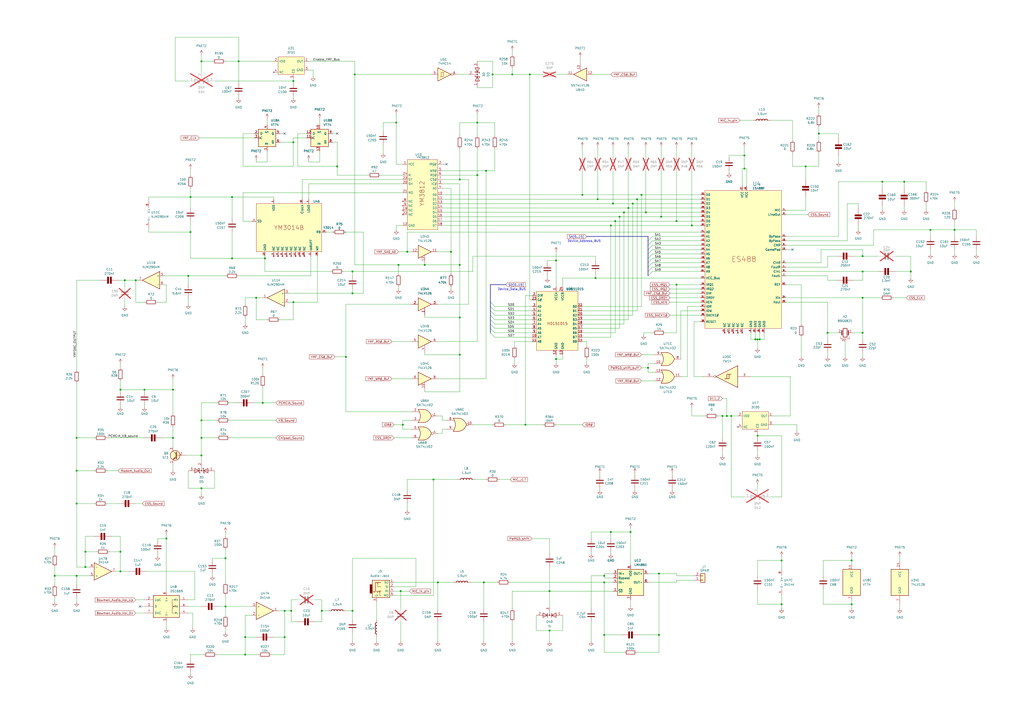
<source format=kicad_sch>
(kicad_sch (version 20250114) (generator "eeschema") (generator_version "9.0")
  (paper "A2")
  (title_block (title "PC110") (company "Recreated by: Ahmad Byagowi"))
  (text "Device_Data_BUS" (at 296.926 167.894 0) (effects (font (size 1.27 1.27))))
  (text "Device_Address_BUS" (at 338.836 139.954 0) (effects (font (size 1.27 1.27))))
  (junction (at 350.52 334.01))
  (junction (at 78.74 162.56))
  (junction (at 350.52 337.82))
  (junction (at 439.42 196.85))
  (junction (at 49.53 328.93))
  (junction (at 83.82 226.06))
  (junction (at 276.86 71.12))
  (junction (at 152.4 233.68))
  (junction (at 346.71 115.57))
  (junction (at 130.81 351.79))
  (junction (at 231.14 153.67))
  (junction (at 204.47 354.33))
  (junction (at 170.18 82.55))
  (junction (at 440.69 196.85))
  (junction (at 318.77 365.76))
  (junction (at 170.18 175.26))
  (junction (at 539.75 133.35))
  (junction (at 266.7 205.74))
  (junction (at 142.24 379.73))
  (junction (at 229.87 71.12))
  (junction (at 72.39 162.56))
  (junction (at 453.39 350.52))
  (junction (at 431.8 90.17))
  (junction (at 494.03 350.52))
  (junction (at 148.59 172.72))
  (junction (at 44.45 273.05))
  (junction (at 69.85 331.47))
  (junction (at 165.1 354.33))
  (junction (at 195.58 96.52))
  (junction (at 200.66 207.01))
  (junction (at 474.98 77.47))
  (junction (at 142.24 369.57))
  (junction (at 364.49 120.65))
  (junction (at 116.84 254))
  (junction (at 116.84 264.16))
  (junction (at 307.34 43.18))
  (junction (at 186.69 354.33))
  (junction (at 69.85 320.04))
  (junction (at 424.18 241.3))
  (junction (at 322.58 151.13))
  (junction (at 354.33 308.61))
  (junction (at 500.38 148.59))
  (junction (at 44.45 254))
  (junction (at 431.8 97.79))
  (junction (at 337.82 113.03))
  (junction (at 350.52 368.3))
  (junction (at 266.7 153.67))
  (junction (at 116.84 35.56))
  (junction (at 168.91 354.33))
  (junction (at 109.22 160.02))
  (junction (at 354.33 130.81))
  (junction (at 246.38 153.67))
  (junction (at 453.39 325.12))
  (junction (at 322.58 208.28))
  (junction (at 524.51 105.41))
  (junction (at 153.67 149.86))
  (junction (at 266.7 184.15))
  (junction (at 356.87 128.27))
  (junction (at 116.84 283.21))
  (junction (at 480.06 193.04))
  (junction (at 359.41 125.73))
  (junction (at 438.15 196.85))
  (junction (at 500.38 172.72))
  (junction (at 276.86 101.6))
  (junction (at 110.49 134.62))
  (junction (at 494.03 325.12))
  (junction (at 374.65 123.19))
  (junction (at 419.1 241.3))
  (junction (at 439.42 252.73))
  (junction (at 382.27 368.3))
  (junction (at 528.32 157.48))
  (junction (at 372.11 113.03))
  (junction (at 116.84 243.84))
  (junction (at 369.57 115.57))
  (junction (at 382.27 332.74))
  (junction (at 170.18 46.99))
  (junction (at 392.43 165.1))
  (junction (at 165.1 369.57))
  (junction (at 318.77 342.9))
  (junction (at 100.33 254))
  (junction (at 254 337.82))
  (junction (at 361.95 123.19))
  (junction (at 204.47 170.18))
  (junction (at 365.76 308.61))
  (junction (at 421.64 241.3))
  (junction (at 500.38 157.48))
  (junction (at 31.75 334.01))
  (junction (at 401.32 130.81))
  (junction (at 232.41 342.9))
  (junction (at 236.22 146.05))
  (junction (at 383.54 125.73))
  (junction (at 205.74 43.18))
  (junction (at 69.85 226.06))
  (junction (at 44.45 292.1))
  (junction (at 280.67 337.82))
  (junction (at 251.46 278.13))
  (junction (at 553.72 133.35))
  (junction (at 204.47 157.48))
  (junction (at 467.36 96.52))
  (junction (at 355.6 118.11))
  (junction (at 261.62 146.05))
  (junction (at 375.92 213.36))
  (junction (at 297.18 43.18))
  (junction (at 130.81 323.85))
  (junction (at 281.94 99.06))
  (junction (at 285.75 43.18))
  (junction (at 304.8 246.38))
  (junction (at 392.43 128.27))
  (junction (at 138.43 35.56))
  (junction (at 110.49 114.3))
  (junction (at 134.62 149.86))
  (junction (at 100.33 226.06))
  (junction (at 44.45 334.01))
  (junction (at 134.62 114.3))
  (junction (at 49.53 320.04))
  (junction (at 367.03 118.11))
  (junction (at 233.68 246.38))
  (junction (at 500.38 193.04))
  (junction (at 96.52 312.42))
  (junction (at 266.7 104.14))
  (junction (at 511.81 105.41))
  (junction (at 345.44 161.29))
  (no_connect (at 165.1 77.47))
  (no_connect (at 195.58 77.47))
  (no_connect (at 259.08 95.25))
  (no_connect (at 459.74 144.78))
  (no_connect (at 81.28 351.79))
  (bus_entry (at 284.48 193.04) (size 2.54 2.54))
  (bus_entry (at 375.92 147.32) (size 2.54 -2.54))
  (bus_entry (at 375.92 149.86) (size 2.54 -2.54))
  (bus_entry (at 284.48 177.8) (size 2.54 2.54))
  (bus_entry (at 375.92 154.94) (size 2.54 -2.54))
  (bus_entry (at 284.48 182.88) (size 2.54 2.54))
  (bus_entry (at 375.92 142.24) (size 2.54 -2.54))
  (bus_entry (at 375.92 157.48) (size 2.54 -2.54))
  (bus_entry (at 375.92 139.7) (size 2.54 -2.54))
  (bus_entry (at 284.48 175.26) (size 2.54 2.54))
  (bus_entry (at 284.48 187.96) (size 2.54 2.54))
  (bus_entry (at 375.92 152.4) (size 2.54 -2.54))
  (bus_entry (at 375.92 160.02) (size 2.54 -2.54))
  (bus_entry (at 375.92 144.78) (size 2.54 -2.54))
  (bus_entry (at 284.48 180.34) (size 2.54 2.54))
  (bus_entry (at 284.48 185.42) (size 2.54 2.54))
  (bus_entry (at 284.48 190.5) (size 2.54 2.54))
  (wire (pts (xy 350.52 337.82) (xy 355.6 337.82)))
  (wire (pts (xy 511.81 109.22) (xy 511.81 105.41)))
  (wire (pts (xy 232.41 360.68) (xy 232.41 372.11)))
  (wire (pts (xy 406.4 134.62) (xy 236.22 134.62)))
  (wire (pts (xy 241.3 323.85) (xy 204.47 323.85)))
  (wire (pts (xy 307.34 173.99) (xy 307.34 43.18)))
  (wire (pts (xy 210.82 134.62) (xy 210.82 170.18)))
  (wire (pts (xy 539.75 133.35) (xy 539.75 137.16)))
  (wire (pts (xy 204.47 372.11) (xy 204.47 367.03)))
  (wire (pts (xy 439.42 196.85) (xy 439.42 201.93)))
  (wire (pts (xy 232.41 342.9) (xy 232.41 353.06)))
  (wire (pts (xy 287.02 195.58) (xy 308.61 195.58)))
  (wire (pts (xy 453.39 345.44) (xy 453.39 350.52)))
  (wire (pts (xy 191.77 157.48) (xy 153.67 157.48)))
  (wire (pts (xy 388.62 175.26) (xy 406.4 175.26)))
  (wire (pts (xy 318.77 342.9) (xy 355.6 342.9)))
  (wire (pts (xy 265.43 43.18) (xy 271.78 43.18)))
  (wire (pts (xy 100.33 226.06) (xy 100.33 240.03)))
  (wire (pts (xy 232.41 342.9) (xy 237.49 342.9)))
  (wire (pts (xy 419.1 241.3) (xy 419.1 254)))
  (wire (pts (xy 476.25 144.78) (xy 500.38 144.78)))
  (wire (pts (xy 361.95 378.46) (xy 350.52 378.46)))
  (wire (pts (xy 378.46 152.4) (xy 406.4 152.4)))
  (wire (pts (xy 553.72 128.27) (xy 553.72 133.35)))
  (wire (pts (xy 254 241.3) (xy 256.54 241.3)))
  (wire (pts (xy 113.03 347.98) (xy 109.22 347.98)))
  (wire (pts (xy 246.38 152.4) (xy 246.38 153.67)))
  (wire (pts (xy 204.47 359.41) (xy 204.47 354.33)))
  (wire (pts (xy 170.18 175.26) (xy 167.64 175.26)))
  (wire (pts (xy 553.72 116.84) (xy 553.72 120.65)))
  (wire (pts (xy 322.58 208.28) (xy 322.58 205.74)))
  (wire (pts (xy 229.87 95.25) (xy 229.87 71.12)))
  (wire (pts (xy 83.82 236.22) (xy 83.82 234.95)))
  (wire (pts (xy 314.96 246.38) (xy 304.8 246.38)))
  (wire (pts (xy 337.82 85.09) (xy 337.82 91.44)))
  (wire (pts (xy 402.59 334.01) (xy 392.43 334.01)))
  (wire (pts (xy 31.75 328.93) (xy 31.75 334.01)))
  (wire (pts (xy 256.54 243.84) (xy 259.08 243.84)))
  (wire (pts (xy 372.11 113.03) (xy 406.4 113.03)))
  (wire (pts (xy 361.95 187.96) (xy 361.95 123.19)))
  (wire (pts (xy 205.74 43.18) (xy 250.19 43.18)))
  (wire (pts (xy 152.4 224.79) (xy 152.4 233.68)))
  (wire (pts (xy 354.33 308.61) (xy 365.76 308.61)))
  (wire (pts (xy 350.52 368.3) (xy 360.68 368.3)))
  (wire (pts (xy 435.61 193.04) (xy 435.61 196.85)))
  (wire (pts (xy 124.46 46.99) (xy 170.18 46.99)))
  (wire (pts (xy 78.74 175.26) (xy 78.74 162.56)))
  (wire (pts (xy 373.38 193.04) (xy 373.38 194.31)))
  (bus (pts (xy 293.37 165.1) (xy 284.48 165.1)))
  (wire (pts (xy 130.81 35.56) (xy 138.43 35.56)))
  (wire (pts (xy 251.46 278.13) (xy 251.46 345.44)))
  (wire (pts (xy 69.85 210.82) (xy 69.85 213.36)))
  (wire (pts (xy 455.93 157.48) (xy 500.38 157.48)))
  (wire (pts (xy 280.67 337.82) (xy 280.67 353.06)))
  (wire (pts (xy 521.97 350.52) (xy 521.97 353.06)))
  (wire (pts (xy 317.5 151.13) (xy 322.58 151.13)))
  (wire (pts (xy 96.52 312.42) (xy 96.52 309.88)))
  (wire (pts (xy 228.6 342.9) (xy 232.41 342.9)))
  (wire (pts (xy 170.18 57.15) (xy 170.18 55.88)))
  (wire (pts (xy 213.36 101.6) (xy 195.58 101.6)))
  (wire (pts (xy 254 337.82) (xy 254 353.06)))
  (wire (pts (xy 480.06 193.04) (xy 486.41 193.04)))
  (wire (pts (xy 494.03 350.52) (xy 494.03 353.06)))
  (wire (pts (xy 480.06 196.85) (xy 480.06 193.04)))
  (wire (pts (xy 110.49 114.3) (xy 134.62 114.3)))
  (wire (pts (xy 218.44 359.41) (xy 218.44 349.25)))
  (wire (pts (xy 236.22 278.13) (xy 251.46 278.13)))
  (wire (pts (xy 453.39 325.12) (xy 453.39 330.2)))
  (bus (pts (xy 375.92 160.02) (xy 375.92 157.48)))
  (wire (pts (xy 168.91 354.33) (xy 165.1 354.33)))
  (wire (pts (xy 392.43 337.82) (xy 392.43 336.55)))
  (wire (pts (xy 365.76 347.98) (xy 365.76 351.79)))
  (wire (pts (xy 138.43 35.56) (xy 158.75 35.56)))
  (wire (pts (xy 382.27 378.46) (xy 382.27 368.3)))
  (wire (pts (xy 419.1 261.62) (xy 419.1 264.16)))
  (wire (pts (xy 519.43 148.59) (xy 528.32 148.59)))
  (wire (pts (xy 455.93 139.7) (xy 491.49 139.7)))
  (wire (pts (xy 246.38 227.33) (xy 266.7 227.33)))
  (bus (pts (xy 375.92 144.78) (xy 375.92 142.24)))
  (wire (pts (xy 133.35 254) (xy 160.02 254)))
  (wire (pts (xy 304.8 171.45) (xy 304.8 246.38)))
  (wire (pts (xy 337.82 193.04) (xy 356.87 193.04)))
  (wire (pts (xy 453.39 288.29) (xy 453.39 252.73)))
  (wire (pts (xy 378.46 157.48) (xy 406.4 157.48)))
  (wire (pts (xy 500.38 162.56) (xy 495.3 162.56)))
  (wire (pts (xy 91.44 312.42) (xy 96.52 312.42)))
  (wire (pts (xy 125.73 243.84) (xy 116.84 243.84)))
  (wire (pts (xy 372.11 220.98) (xy 379.73 220.98)))
  (wire (pts (xy 179.07 92.71) (xy 179.07 93.98)))
  (wire (pts (xy 314.96 43.18) (xy 307.34 43.18)))
  (wire (pts (xy 422.91 99.06) (xy 422.91 100.33)))
  (wire (pts (xy 68.58 162.56) (xy 72.39 162.56)))
  (wire (pts (xy 238.76 243.84) (xy 233.68 243.84)))
  (wire (pts (xy 347.98 274.32) (xy 347.98 275.59)))
  (wire (pts (xy 142.24 379.73) (xy 142.24 369.57)))
  (wire (pts (xy 49.53 328.93) (xy 44.45 328.93)))
  (wire (pts (xy 241.3 340.36) (xy 241.3 323.85)))
  (wire (pts (xy 31.75 339.09) (xy 31.75 334.01)))
  (wire (pts (xy 44.45 292.1) (xy 44.45 328.93)))
  (wire (pts (xy 368.3 274.32) (xy 368.3 275.59)))
  (wire (pts (xy 364.49 185.42) (xy 364.49 120.65)))
  (wire (pts (xy 355.6 85.09) (xy 355.6 91.44)))
  (wire (pts (xy 181.61 40.64) (xy 181.61 44.45)))
  (wire (pts (xy 170.18 80.01) (xy 170.18 82.55)))
  (wire (pts (xy 148.59 185.42) (xy 148.59 172.72)))
  (wire (pts (xy 424.18 288.29) (xy 424.18 241.3)))
  (wire (pts (xy 233.68 95.25) (xy 229.87 95.25)))
  (wire (pts (xy 337.82 180.34) (xy 369.57 180.34)))
  (wire (pts (xy 69.85 220.98) (xy 69.85 226.06)))
  (wire (pts (xy 298.45 198.12) (xy 308.61 198.12)))
  (wire (pts (xy 228.6 337.82) (xy 254 337.82)))
  (wire (pts (xy 69.85 331.47) (xy 74.93 331.47)))
  (wire (pts (xy 297.18 342.9) (xy 318.77 342.9)))
  (wire (pts (xy 382.27 368.3) (xy 382.27 332.74)))
  (bus (pts (xy 375.92 147.32) (xy 375.92 144.78)))
  (wire (pts (xy 251.46 278.13) (xy 265.43 278.13)))
  (wire (pts (xy 447.04 288.29) (xy 453.39 288.29)))
  (wire (pts (xy 261.62 146.05) (xy 261.62 158.75)))
  (wire (pts (xy 91.44 313.69) (xy 91.44 312.42)))
  (wire (pts (xy 210.82 170.18) (xy 204.47 170.18)))
  (wire (pts (xy 179.07 106.68) (xy 179.07 115.57)))
  (wire (pts (xy 326.39 205.74) (xy 326.39 208.28)))
  (wire (pts (xy 85.09 331.47) (xy 113.03 331.47)))
  (wire (pts (xy 365.76 327.66) (xy 365.76 308.61)))
  (wire (pts (xy 154.94 185.42) (xy 148.59 185.42)))
  (wire (pts (xy 276.86 101.6) (xy 256.54 101.6)))
  (wire (pts (xy 266.7 71.12) (xy 266.7 78.74)))
  (wire (pts (xy 231.14 166.37) (xy 231.14 167.64)))
  (wire (pts (xy 138.43 21.59) (xy 138.43 35.56)))
  (wire (pts (xy 236.22 278.13) (xy 236.22 284.48)))
  (wire (pts (xy 383.54 125.73) (xy 406.4 125.73)))
  (wire (pts (xy 374.65 99.06) (xy 374.65 123.19)))
  (wire (pts (xy 142.24 356.87) (xy 146.05 356.87)))
  (wire (pts (xy 350.52 368.3) (xy 350.52 378.46)))
  (wire (pts (xy 276.86 35.56) (xy 285.75 35.56)))
  (wire (pts (xy 179.07 93.98) (xy 185.42 93.98)))
  (wire (pts (xy 69.85 320.04) (xy 69.85 331.47)))
  (wire (pts (xy 497.84 118.11) (xy 497.84 120.65)))
  (wire (pts (xy 83.82 226.06) (xy 83.82 227.33)))
  (wire (pts (xy 389.89 284.48) (xy 389.89 283.21)))
  (wire (pts (xy 500.38 148.59) (xy 509.27 148.59)))
  (wire (pts (xy 308.61 312.42) (xy 318.77 312.42)))
  (wire (pts (xy 62.23 273.05) (xy 68.58 273.05)))
  (wire (pts (xy 430.53 97.79) (xy 430.53 107.95)))
  (wire (pts (xy 368.3 284.48) (xy 368.3 283.21)))
  (wire (pts (xy 392.43 165.1) (xy 406.4 165.1)))
  (wire (pts (xy 350.52 335.28) (xy 355.6 335.28)))
  (wire (pts (xy 297.18 360.68) (xy 297.18 372.11)))
  (wire (pts (xy 431.8 90.17) (xy 431.8 97.79)))
  (wire (pts (xy 524.51 109.22) (xy 524.51 105.41)))
  (wire (pts (xy 95.25 160.02) (xy 109.22 160.02)))
  (wire (pts (xy 280.67 360.68) (xy 280.67 372.11)))
  (wire (pts (xy 480.06 207.01) (xy 480.06 204.47)))
  (wire (pts (xy 422.91 90.17) (xy 431.8 90.17)))
  (wire (pts (xy 256.54 109.22) (xy 261.62 109.22)))
  (wire (pts (xy 495.3 148.59) (xy 500.38 148.59)))
  (wire (pts (xy 101.6 21.59) (xy 138.43 21.59)))
  (wire (pts (xy 78.74 292.1) (xy 82.55 292.1)))
  (wire (pts (xy 494.03 347.98) (xy 494.03 350.52)))
  (wire (pts (xy 146.05 351.79) (xy 130.81 351.79)))
  (wire (pts (xy 31.75 349.25) (xy 31.75 346.71)))
  (wire (pts (xy 354.33 308.61) (xy 354.33 312.42)))
  (wire (pts (xy 287.02 177.8) (xy 308.61 177.8)))
  (wire (pts (xy 318.77 328.93) (xy 318.77 342.9)))
  (wire (pts (xy 382.27 332.74) (xy 375.92 332.74)))
  (wire (pts (xy 455.93 121.92) (xy 467.36 121.92)))
  (wire (pts (xy 480.06 154.94) (xy 480.06 148.59)))
  (wire (pts (xy 193.04 77.47) (xy 195.58 77.47)))
  (wire (pts (xy 406.4 172.72) (xy 388.62 172.72)))
  (wire (pts (xy 44.45 273.05) (xy 44.45 254)))
  (wire (pts (xy 402.59 186.69) (xy 406.4 186.69)))
  (wire (pts (xy 148.59 93.98) (xy 154.94 93.98)))
  (wire (pts (xy 195.58 101.6) (xy 195.58 96.52)))
  (wire (pts (xy 146.05 128.27) (xy 140.97 128.27)))
  (wire (pts (xy 194.31 207.01) (xy 200.66 207.01)))
  (wire (pts (xy 337.82 187.96) (xy 361.95 187.96)))
  (wire (pts (xy 287.02 190.5) (xy 308.61 190.5)))
  (wire (pts (xy 298.45 198.12) (xy 298.45 200.66)))
  (wire (pts (xy 116.84 287.02) (xy 116.84 283.21)))
  (wire (pts (xy 158.75 369.57) (xy 165.1 369.57)))
  (wire (pts (xy 431.8 97.79) (xy 430.53 97.79)))
  (wire (pts (xy 394.97 180.34) (xy 394.97 208.28)))
  (wire (pts (xy 172.72 360.68) (xy 168.91 360.68)))
  (wire (pts (xy 497.84 130.81) (xy 497.84 133.35)))
  (wire (pts (xy 439.42 341.63) (xy 439.42 350.52)))
  (wire (pts (xy 464.82 165.1) (xy 455.93 165.1)))
  (wire (pts (xy 342.9 353.06) (xy 342.9 334.01)))
  (wire (pts (xy 266.7 153.67) (xy 266.7 106.68)))
  (wire (pts (xy 195.58 96.52) (xy 195.58 82.55)))
  (wire (pts (xy 236.22 134.62) (xy 236.22 146.05)))
  (wire (pts (xy 298.45 208.28) (xy 298.45 210.82)))
  (wire (pts (xy 256.54 130.81) (xy 354.33 130.81)))
  (wire (pts (xy 138.43 57.15) (xy 138.43 55.88)))
  (wire (pts (xy 322.58 146.05) (xy 322.58 151.13)))
  (wire (pts (xy 359.41 190.5) (xy 359.41 125.73)))
  (wire (pts (xy 233.68 243.84) (xy 233.68 246.38)))
  (wire (pts (xy 287.02 193.04) (xy 308.61 193.04)))
  (wire (pts (xy 101.6 46.99) (xy 101.6 21.59)))
  (wire (pts (xy 233.68 246.38) (xy 233.68 248.92)))
  (wire (pts (xy 254 219.71) (xy 281.94 219.71)))
  (wire (pts (xy 140.97 96.52) (xy 170.18 96.52)))
  (wire (pts (xy 402.59 218.44) (xy 402.59 186.69)))
  (wire (pts (xy 398.78 177.8) (xy 406.4 177.8)))
  (wire (pts (xy 297.18 342.9) (xy 297.18 353.06)))
  (wire (pts (xy 256.54 248.92) (xy 259.08 248.92)))
  (wire (pts (xy 158.75 114.3) (xy 158.75 115.57)))
  (wire (pts (xy 537.21 110.49) (xy 537.21 105.41)))
  (wire (pts (xy 44.45 349.25) (xy 44.45 346.71)))
  (wire (pts (xy 459.74 96.52) (xy 467.36 96.52)))
  (wire (pts (xy 364.49 99.06) (xy 364.49 120.65)))
  (wire (pts (xy 345.44 161.29) (xy 406.4 161.29)))
  (wire (pts (xy 86.36 114.3) (xy 86.36 116.84)))
  (wire (pts (xy 125.73 254) (xy 116.84 254)))
  (wire (pts (xy 44.45 162.56) (xy 44.45 214.63)))
  (wire (pts (xy 322.58 43.18) (xy 328.93 43.18)))
  (wire (pts (xy 115.57 80.01) (xy 147.32 80.01)))
  (wire (pts (xy 462.28 246.38) (xy 462.28 250.19)))
  (wire (pts (xy 378.46 144.78) (xy 406.4 144.78)))
  (wire (pts (xy 311.15 356.87) (xy 311.15 365.76)))
  (wire (pts (xy 474.98 88.9) (xy 474.98 96.52)))
  (wire (pts (xy 388.62 182.88) (xy 406.4 182.88)))
  (wire (pts (xy 172.72 77.47) (xy 172.72 96.52)))
  (wire (pts (xy 246.38 205.74) (xy 266.7 205.74)))
  (wire (pts (xy 287.02 71.12) (xy 276.86 71.12)))
  (wire (pts (xy 165.1 379.73) (xy 165.1 369.57)))
  (wire (pts (xy 44.45 222.25) (xy 44.45 254)))
  (bus (pts (xy 284.48 182.88) (xy 284.48 185.42)))
  (wire (pts (xy 134.62 149.86) (xy 110.49 149.86)))
  (wire (pts (xy 443.23 196.85) (xy 443.23 193.04)))
  (wire (pts (xy 96.52 364.49) (xy 96.52 360.68)))
  (wire (pts (xy 140.97 111.76) (xy 233.68 111.76)))
  (wire (pts (xy 480.06 175.26) (xy 480.06 193.04)))
  (wire (pts (xy 375.92 215.9) (xy 379.73 215.9)))
  (wire (pts (xy 297.18 43.18) (xy 285.75 43.18)))
  (wire (pts (xy 392.43 85.09) (xy 392.43 91.44)))
  (wire (pts (xy 455.93 144.78) (xy 459.74 144.78)))
  (wire (pts (xy 200.66 176.53) (xy 238.76 176.53)))
  (wire (pts (xy 96.52 342.9) (xy 96.52 312.42)))
  (wire (pts (xy 311.15 365.76) (xy 318.77 365.76)))
  (wire (pts (xy 375.92 210.82) (xy 375.92 213.36)))
  (wire (pts (xy 435.61 196.85) (xy 438.15 196.85)))
  (wire (pts (xy 401.32 85.09) (xy 401.32 91.44)))
  (wire (pts (xy 142.24 187.96) (xy 142.24 184.15)))
  (wire (pts (xy 185.42 68.58) (xy 185.42 72.39)))
  (wire (pts (xy 521.97 322.58) (xy 521.97 325.12)))
  (wire (pts (xy 337.82 182.88) (xy 367.03 182.88)))
  (wire (pts (xy 172.72 347.98) (xy 168.91 347.98)))
  (wire (pts (xy 285.75 246.38) (xy 274.32 246.38)))
  (wire (pts (xy 378.46 149.86) (xy 406.4 149.86)))
  (wire (pts (xy 367.03 182.88) (xy 367.03 118.11)))
  (wire (pts (xy 318.77 372.11) (xy 318.77 365.76)))
  (wire (pts (xy 370.84 368.3) (xy 382.27 368.3)))
  (wire (pts (xy 78.74 355.6) (xy 83.82 355.6)))
  (wire (pts (xy 154.94 68.58) (xy 154.94 72.39)))
  (wire (pts (xy 138.43 160.02) (xy 180.34 160.02)))
  (wire (pts (xy 439.42 280.67) (xy 439.42 283.21)))
  (wire (pts (xy 374.65 123.19) (xy 406.4 123.19)))
  (wire (pts (xy 378.46 137.16) (xy 406.4 137.16)))
  (wire (pts (xy 342.9 334.01) (xy 350.52 334.01)))
  (wire (pts (xy 177.8 80.01) (xy 170.18 80.01)))
  (wire (pts (xy 285.75 35.56) (xy 285.75 43.18)))
  (wire (pts (xy 168.91 347.98) (xy 168.91 354.33)))
  (wire (pts (xy 55.88 320.04) (xy 49.53 320.04)))
  (wire (pts (xy 322.58 151.13) (xy 322.58 166.37)))
  (wire (pts (xy 480.06 148.59) (xy 485.14 148.59)))
  (wire (pts (xy 364.49 120.65) (xy 406.4 120.65)))
  (wire (pts (xy 340.36 198.12) (xy 340.36 200.66)))
  (wire (pts (xy 185.42 93.98) (xy 185.42 87.63)))
  (wire (pts (xy 86.36 134.62) (xy 86.36 132.08)))
  (wire (pts (xy 453.39 322.58) (xy 453.39 325.12)))
  (wire (pts (xy 364.49 85.09) (xy 364.49 91.44)))
  (wire (pts (xy 486.41 93.98) (xy 486.41 90.17)))
  (wire (pts (xy 365.76 308.61) (xy 365.76 306.07)))
  (wire (pts (xy 246.38 226.06) (xy 246.38 227.33)))
  (wire (pts (xy 518.16 172.72) (xy 525.78 172.72)))
  (wire (pts (xy 186.69 360.68) (xy 186.69 354.33)))
  (wire (pts (xy 287.02 180.34) (xy 308.61 180.34)))
  (wire (pts (xy 494.03 325.12) (xy 494.03 327.66)))
  (wire (pts (xy 228.6 345.44) (xy 251.46 345.44)))
  (wire (pts (xy 401.32 236.22) (xy 401.32 241.3)))
  (bus (pts (xy 284.48 187.96) (xy 284.48 190.5)))
  (wire (pts (xy 322.58 246.38) (xy 337.82 246.38)))
  (wire (pts (xy 455.93 152.4) (xy 476.25 152.4)))
  (wire (pts (xy 459.74 88.9) (xy 459.74 96.52)))
  (wire (pts (xy 170.18 48.26) (xy 170.18 46.99)))
  (wire (pts (xy 231.14 153.67) (xy 246.38 153.67)))
  (wire (pts (xy 566.42 137.16) (xy 566.42 133.35)))
  (wire (pts (xy 448.31 246.38) (xy 462.28 246.38)))
  (wire (pts (xy 229.87 130.81) (xy 233.68 130.81)))
  (wire (pts (xy 285.75 43.18) (xy 285.75 50.8)))
  (wire (pts (xy 440.69 196.85) (xy 443.23 196.85)))
  (wire (pts (xy 459.74 69.85) (xy 459.74 81.28)))
  (wire (pts (xy 474.98 73.66) (xy 474.98 77.47)))
  (wire (pts (xy 109.22 351.79) (xy 116.84 351.79)))
  (wire (pts (xy 100.33 219.71) (xy 100.33 226.06)))
  (wire (pts (xy 271.78 104.14) (xy 271.78 176.53)))
  (wire (pts (xy 553.72 137.16) (xy 553.72 133.35)))
  (wire (pts (xy 389.89 274.32) (xy 389.89 275.59)))
  (wire (pts (xy 246.38 182.88) (xy 246.38 184.15)))
  (wire (pts (xy 109.22 46.99) (xy 101.6 46.99)))
  (wire (pts (xy 464.82 187.96) (xy 464.82 165.1)))
  (wire (pts (xy 372.11 213.36) (xy 375.92 213.36)))
  (wire (pts (xy 494.03 322.58) (xy 494.03 325.12)))
  (wire (pts (xy 453.39 252.73) (xy 439.42 252.73)))
  (wire (pts (xy 116.84 233.68) (xy 116.84 243.84)))
  (wire (pts (xy 407.67 218.44) (xy 402.59 218.44)))
  (bus (pts (xy 375.92 137.16) (xy 340.36 137.16)))
  (wire (pts (xy 228.6 254) (xy 238.76 254)))
  (wire (pts (xy 359.41 125.73) (xy 383.54 125.73)))
  (wire (pts (xy 401.32 241.3) (xy 408.94 241.3)))
  (wire (pts (xy 109.22 160.02) (xy 130.81 160.02)))
  (wire (pts (xy 186.69 354.33) (xy 186.69 347.98)))
  (wire (pts (xy 134.62 114.3) (xy 134.62 127)))
  (wire (pts (xy 350.52 332.74) (xy 350.52 334.01)))
  (wire (pts (xy 276.86 78.74) (xy 276.86 71.12)))
  (wire (pts (xy 63.5 320.04) (xy 69.85 320.04)))
  (wire (pts (xy 110.49 391.16) (xy 110.49 389.89)))
  (wire (pts (xy 455.93 154.94) (xy 480.06 154.94)))
  (wire (pts (xy 256.54 241.3) (xy 256.54 243.84)))
  (wire (pts (xy 246.38 184.15) (xy 266.7 184.15)))
  (wire (pts (xy 344.17 43.18) (xy 354.33 43.18)))
  (wire (pts (xy 157.48 379.73) (xy 165.1 379.73)))
  (wire (pts (xy 500.38 172.72) (xy 500.38 193.04)))
  (wire (pts (xy 204.47 354.33) (xy 200.66 354.33)))
  (wire (pts (xy 439.42 251.46) (xy 439.42 252.73)))
  (wire (pts (xy 500.38 144.78) (xy 500.38 148.59)))
  (wire (pts (xy 186.69 347.98) (xy 182.88 347.98)))
  (wire (pts (xy 431.8 85.09) (xy 431.8 90.17)))
  (wire (pts (xy 204.47 160.02) (xy 204.47 157.48)))
  (wire (pts (xy 205.74 153.67) (xy 231.14 153.67)))
  (wire (pts (xy 179.07 35.56) (xy 205.74 35.56)))
  (wire (pts (xy 134.62 134.62) (xy 134.62 149.86)))
  (wire (pts (xy 467.36 96.52) (xy 467.36 104.14)))
  (wire (pts (xy 474.98 77.47) (xy 474.98 81.28)))
  (wire (pts (xy 83.82 226.06) (xy 100.33 226.06)))
  (wire (pts (xy 100.33 254) (xy 100.33 259.08)))
  (wire (pts (xy 236.22 292.1) (xy 236.22 295.91)))
  (wire (pts (xy 439.42 325.12) (xy 453.39 325.12)))
  (wire (pts (xy 256.54 120.65) (xy 364.49 120.65)))
  (wire (pts (xy 190.5 354.33) (xy 186.69 354.33)))
  (wire (pts (xy 458.47 218.44) (xy 435.61 218.44)))
  (wire (pts (xy 153.67 149.86) (xy 153.67 148.59)))
  (wire (pts (xy 519.43 157.48) (xy 528.32 157.48)))
  (wire (pts (xy 130.81 345.44) (xy 130.81 351.79)))
  (wire (pts (xy 318.77 321.31) (xy 318.77 312.42)))
  (wire (pts (xy 477.52 325.12) (xy 494.03 325.12)))
  (wire (pts (xy 392.43 336.55) (xy 402.59 336.55)))
  (wire (pts (xy 439.42 334.01) (xy 439.42 325.12)))
  (wire (pts (xy 287.02 187.96) (xy 308.61 187.96)))
  (wire (pts (xy 276.86 86.36) (xy 276.86 101.6)))
  (wire (pts (xy 44.45 273.05) (xy 44.45 292.1)))
  (wire (pts (xy 506.73 142.24) (xy 506.73 133.35)))
  (wire (pts (xy 297.18 39.37) (xy 297.18 43.18)))
  (wire (pts (xy 153.67 157.48) (xy 153.67 149.86)))
  (wire (pts (xy 110.49 382.27) (xy 110.49 379.73)))
  (wire (pts (xy 140.97 77.47) (xy 140.97 96.52)))
  (wire (pts (xy 406.4 180.34) (xy 394.97 180.34)))
  (bus (pts (xy 284.48 165.1) (xy 284.48 175.26)))
  (wire (pts (xy 356.87 193.04) (xy 356.87 128.27)))
  (wire (pts (xy 392.43 193.04) (xy 392.43 165.1)))
  (wire (pts (xy 81.28 351.79) (xy 83.82 351.79)))
  (wire (pts (xy 44.45 292.1) (xy 54.61 292.1)))
  (wire (pts (xy 254 146.05) (xy 261.62 146.05)))
  (wire (pts (xy 152.4 233.68) (xy 147.32 233.68)))
  (wire (pts (xy 356.87 128.27) (xy 392.43 128.27)))
  (wire (pts (xy 222.25 83.82) (xy 222.25 88.9)))
  (wire (pts (xy 109.22 176.53) (xy 109.22 172.72)))
  (wire (pts (xy 342.9 372.11) (xy 342.9 360.68)))
  (wire (pts (xy 218.44 372.11) (xy 218.44 369.57)))
  (wire (pts (xy 107.95 264.16) (xy 116.84 264.16)))
  (wire (pts (xy 537.21 105.41) (xy 524.51 105.41)))
  (wire (pts (xy 474.98 96.52) (xy 467.36 96.52)))
  (wire (pts (xy 266.7 104.14) (xy 271.78 104.14)))
  (wire (pts (xy 123.19 334.01) (xy 123.19 332.74)))
  (wire (pts (xy 500.38 172.72) (xy 510.54 172.72)))
  (wire (pts (xy 116.84 264.16) (xy 116.84 267.97)))
  (wire (pts (xy 256.54 123.19) (xy 361.95 123.19)))
  (wire (pts (xy 477.52 334.01) (xy 477.52 325.12)))
  (wire (pts (xy 256.54 128.27) (xy 356.87 128.27)))
  (wire (pts (xy 295.91 337.82) (xy 350.52 337.82)))
  (wire (pts (xy 64.77 311.15) (xy 69.85 311.15)))
  (wire (pts (xy 162.56 77.47) (xy 165.1 77.47)))
  (wire (pts (xy 274.32 148.59) (xy 274.32 157.48)))
  (wire (pts (xy 474.98 62.23) (xy 474.98 66.04)))
  (wire (pts (xy 281.94 219.71) (xy 281.94 99.06)))
  (wire (pts (xy 455.93 175.26) (xy 480.06 175.26)))
  (wire (pts (xy 367.03 118.11) (xy 406.4 118.11)))
  (wire (pts (xy 500.38 207.01) (xy 500.38 204.47)))
  (wire (pts (xy 373.38 193.04) (xy 378.46 193.04)))
  (wire (pts (xy 464.82 195.58) (xy 464.82 207.01)))
  (wire (pts (xy 266.7 86.36) (xy 266.7 104.14)))
  (wire (pts (xy 184.15 175.26) (xy 170.18 175.26)))
  (wire (pts (xy 346.71 85.09) (xy 346.71 91.44)))
  (wire (pts (xy 200.66 207.01) (xy 200.66 238.76)))
  (wire (pts (xy 486.41 77.47) (xy 474.98 77.47)))
  (wire (pts (xy 297.18 29.21) (xy 297.18 31.75)))
  (wire (pts (xy 276.86 198.12) (xy 276.86 101.6)))
  (wire (pts (xy 233.68 106.68) (xy 179.07 106.68)))
  (wire (pts (xy 133.35 243.84) (xy 160.02 243.84)))
  (wire (pts (xy 254 360.68) (xy 254 372.11)))
  (wire (pts (xy 100.33 247.65) (xy 100.33 254)))
  (wire (pts (xy 317.5 160.02) (xy 317.5 161.29)))
  (wire (pts (xy 204.47 323.85) (xy 204.47 354.33)))
  (wire (pts (xy 91.44 175.26) (xy 96.52 175.26)))
  (wire (pts (xy 340.36 208.28) (xy 340.36 210.82)))
  (wire (pts (xy 110.49 97.79) (xy 110.49 101.6)))
  (wire (pts (xy 246.38 204.47) (xy 246.38 205.74)))
  (wire (pts (xy 486.41 80.01) (xy 486.41 77.47)))
  (wire (pts (xy 227.33 198.12) (xy 238.76 198.12)))
  (wire (pts (xy 378.46 139.7) (xy 406.4 139.7)))
  (wire (pts (xy 307.34 43.18) (xy 297.18 43.18)))
  (wire (pts (xy 68.58 292.1) (xy 62.23 292.1)))
  (wire (pts (xy 266.7 71.12) (xy 276.86 71.12)))
  (wire (pts (xy 500.38 196.85) (xy 500.38 193.04)))
  (wire (pts (xy 175.26 115.57) (xy 175.26 104.14)))
  (wire (pts (xy 537.21 121.92) (xy 537.21 118.11)))
  (wire (pts (xy 172.72 96.52) (xy 195.58 96.52)))
  (wire (pts (xy 195.58 82.55) (xy 193.04 82.55)))
  (wire (pts (xy 326.39 208.28) (xy 322.58 208.28)))
  (wire (pts (xy 467.36 121.92) (xy 467.36 114.3)))
  (wire (pts (xy 78.74 347.98) (xy 83.82 347.98)))
  (wire (pts (xy 438.15 193.04) (xy 438.15 196.85)))
  (wire (pts (xy 184.15 148.59) (xy 184.15 175.26)))
  (wire (pts (xy 256.54 125.73) (xy 359.41 125.73)))
  (wire (pts (xy 317.5 151.13) (xy 317.5 152.4)))
  (bus (pts (xy 375.92 152.4) (xy 375.92 149.86)))
  (wire (pts (xy 69.85 311.15) (xy 69.85 320.04)))
  (wire (pts (xy 162.56 185.42) (xy 170.18 185.42)))
  (wire (pts (xy 113.03 331.47) (xy 113.03 347.98)))
  (wire (pts (xy 266.7 153.67) (xy 266.7 184.15)))
  (wire (pts (xy 110.49 149.86) (xy 110.49 134.62)))
  (wire (pts (xy 182.88 360.68) (xy 186.69 360.68)))
  (wire (pts (xy 200.66 207.01) (xy 200.66 176.53)))
  (wire (pts (xy 455.93 124.46) (xy 468.63 124.46)))
  (wire (pts (xy 175.26 104.14) (xy 233.68 104.14)))
  (wire (pts (xy 200.66 238.76) (xy 238.76 238.76)))
  (wire (pts (xy 147.32 77.47) (xy 140.97 77.47)))
  (wire (pts (xy 342.9 312.42) (xy 342.9 308.61)))
  (wire (pts (xy 130.81 356.87) (xy 130.81 351.79)))
  (wire (pts (xy 72.39 162.56) (xy 78.74 162.56)))
  (wire (pts (xy 280.67 337.82) (xy 288.29 337.82)))
  (wire (pts (xy 220.98 101.6) (xy 233.68 101.6)))
  (wire (pts (xy 398.78 218.44) (xy 398.78 177.8)))
  (wire (pts (xy 392.43 99.06) (xy 392.43 128.27)))
  (wire (pts (xy 361.95 123.19) (xy 374.65 123.19)))
  (wire (pts (xy 386.08 193.04) (xy 392.43 193.04)))
  (wire (pts (xy 91.44 322.58) (xy 91.44 321.31)))
  (wire (pts (xy 375.92 210.82) (xy 379.73 210.82)))
  (wire (pts (xy 369.57 115.57) (xy 406.4 115.57)))
  (wire (pts (xy 424.18 241.3) (xy 427.99 241.3)))
  (wire (pts (xy 480.06 162.56) (xy 485.14 162.56)))
  (wire (pts (xy 447.04 69.85) (xy 459.74 69.85)))
  (wire (pts (xy 486.41 105.41) (xy 511.81 105.41)))
  (wire (pts (xy 304.8 246.38) (xy 293.37 246.38)))
  (wire (pts (xy 346.71 99.06) (xy 346.71 115.57)))
  (wire (pts (xy 388.62 165.1) (xy 392.43 165.1)))
  (wire (pts (xy 199.39 157.48) (xy 204.47 157.48)))
  (wire (pts (xy 455.93 142.24) (xy 506.73 142.24)))
  (wire (pts (xy 448.31 241.3) (xy 458.47 241.3)))
  (wire (pts (xy 140.97 128.27) (xy 140.97 111.76)))
  (wire (pts (xy 111.76 355.6) (xy 109.22 355.6)))
  (wire (pts (xy 419.1 231.14) (xy 421.64 231.14)))
  (wire (pts (xy 54.61 273.05) (xy 44.45 273.05)))
  (wire (pts (xy 222.25 71.12) (xy 229.87 71.12)))
  (wire (pts (xy 500.38 157.48) (xy 500.38 162.56)))
  (wire (pts (xy 287.02 86.36) (xy 287.02 99.06)))
  (wire (pts (xy 256.54 104.14) (xy 266.7 104.14)))
  (wire (pts (xy 170.18 96.52) (xy 170.18 82.55)))
  (wire (pts (xy 116.84 283.21) (xy 124.46 283.21)))
  (wire (pts (xy 337.82 195.58) (xy 354.33 195.58)))
  (wire (pts (xy 382.27 332.74) (xy 392.43 332.74)))
  (wire (pts (xy 266.7 106.68) (xy 256.54 106.68)))
  (wire (pts (xy 162.56 82.55) (xy 170.18 82.55)))
  (wire (pts (xy 179.07 40.64) (xy 181.61 40.64)))
  (wire (pts (xy 566.42 133.35) (xy 553.72 133.35)))
  (wire (pts (xy 388.62 167.64) (xy 406.4 167.64)))
  (wire (pts (xy 421.64 241.3) (xy 424.18 241.3)))
  (wire (pts (xy 130.81 367.03) (xy 130.81 364.49)))
  (wire (pts (xy 44.45 334.01) (xy 52.07 334.01)))
  (wire (pts (xy 54.61 311.15) (xy 49.53 311.15)))
  (wire (pts (xy 130.81 323.85) (xy 130.81 337.82)))
  (wire (pts (xy 375.92 213.36) (xy 375.92 215.9)))
  (wire (pts (xy 308.61 173.99) (xy 307.34 173.99)))
  (wire (pts (xy 86.36 134.62) (xy 110.49 134.62)))
  (wire (pts (xy 52.07 328.93) (xy 49.53 328.93)))
  (wire (pts (xy 392.43 334.01) (xy 392.43 332.74)))
  (wire (pts (xy 326.39 161.29) (xy 326.39 166.37)))
  (wire (pts (xy 100.33 273.05) (xy 100.33 269.24)))
  (wire (pts (xy 165.1 369.57) (xy 165.1 354.33)))
  (wire (pts (xy 289.56 278.13) (xy 295.91 278.13)))
  (wire (pts (xy 421.64 231.14) (xy 421.64 241.3)))
  (wire (pts (xy 419.1 241.3) (xy 421.64 241.3)))
  (wire (pts (xy 231.14 153.67) (xy 231.14 158.75)))
  (wire (pts (xy 261.62 166.37) (xy 261.62 167.64)))
  (wire (pts (xy 274.32 148.59) (xy 345.44 148.59)))
  (wire (pts (xy 553.72 147.32) (xy 553.72 144.78)))
  (wire (pts (xy 372.11 205.74) (xy 379.73 205.74)))
  (wire (pts (xy 439.42 261.62) (xy 439.42 264.16)))
  (wire (pts (xy 31.75 334.01) (xy 44.45 334.01)))
  (wire (pts (xy 256.54 113.03) (xy 337.82 113.03)))
  (wire (pts (xy 439.42 350.52) (xy 453.39 350.52)))
  (wire (pts (xy 83.82 254) (xy 62.23 254)))
  (wire (pts (xy 130.81 318.77) (xy 130.81 323.85)))
  (wire (pts (xy 256.54 118.11) (xy 355.6 118.11)))
  (bus (pts (xy 284.48 190.5) (xy 284.48 193.04)))
  (wire (pts (xy 285.75 50.8) (xy 276.86 50.8)))
  (wire (pts (xy 125.73 233.68) (xy 116.84 233.68)))
  (wire (pts (xy 58.42 162.56) (xy 44.45 162.56)))
  (wire (pts (xy 256.54 115.57) (xy 346.71 115.57)))
  (wire (pts (xy 227.33 219.71) (xy 238.76 219.71)))
  (wire (pts (xy 165.1 354.33) (xy 161.29 354.33)))
  (wire (pts (xy 539.75 133.35) (xy 553.72 133.35)))
  (wire (pts (xy 453.39 350.52) (xy 453.39 353.06)))
  (wire (pts (xy 69.85 226.06) (xy 69.85 227.33)))
  (wire (pts (xy 54.61 254) (xy 44.45 254)))
  (wire (pts (xy 148.59 172.72) (xy 152.4 172.72)))
  (wire (pts (xy 355.6 332.74) (xy 350.52 332.74)))
  (wire (pts (xy 271.78 176.53) (xy 254 176.53)))
  (wire (pts (xy 133.35 233.68) (xy 137.16 233.68)))
  (wire (pts (xy 205.74 35.56) (xy 205.74 43.18)))
  (bus (pts (xy 284.48 185.42) (xy 284.48 187.96)))
  (wire (pts (xy 86.36 114.3) (xy 110.49 114.3)))
  (wire (pts (xy 429.26 69.85) (xy 436.88 69.85)))
  (bus (pts (xy 375.92 154.94) (xy 375.92 152.4)))
  (wire (pts (xy 110.49 128.27) (xy 110.49 134.62)))
  (wire (pts (xy 154.94 93.98) (xy 154.94 87.63)))
  (wire (pts (xy 506.73 133.35) (xy 539.75 133.35)))
  (wire (pts (xy 69.85 226.06) (xy 83.82 226.06)))
  (wire (pts (xy 152.4 213.36) (xy 152.4 217.17)))
  (wire (pts (xy 355.6 118.11) (xy 367.03 118.11)))
  (wire (pts (xy 486.41 137.16) (xy 486.41 105.41)))
  (wire (pts (xy 109.22 283.21) (xy 116.84 283.21)))
  (wire (pts (xy 458.47 241.3) (xy 458.47 218.44)))
  (wire (pts (xy 401.32 130.81) (xy 406.4 130.81)))
  (wire (pts (xy 336.55 33.02) (xy 336.55 36.83)))
  (bus (pts (xy 375.92 157.48) (xy 375.92 154.94)))
  (wire (pts (xy 254 337.82) (xy 262.89 337.82)))
  (wire (pts (xy 322.58 208.28) (xy 322.58 210.82)))
  (wire (pts (xy 440.69 193.04) (xy 440.69 196.85)))
  (wire (pts (xy 308.61 171.45) (xy 304.8 171.45)))
  (wire (pts (xy 125.73 379.73) (xy 142.24 379.73)))
  (wire (pts (xy 346.71 115.57) (xy 369.57 115.57)))
  (wire (pts (xy 149.86 379.73) (xy 142.24 379.73)))
  (wire (pts (xy 318.77 342.9) (xy 318.77 351.79)))
  (wire (pts (xy 416.56 241.3) (xy 419.1 241.3)))
  (wire (pts (xy 204.47 157.48) (xy 274.32 157.48)))
  (wire (pts (xy 337.82 177.8) (xy 372.11 177.8)))
  (wire (pts (xy 134.62 114.3) (xy 158.75 114.3)))
  (wire (pts (xy 378.46 147.32) (xy 406.4 147.32)))
  (wire (pts (xy 439.42 196.85) (xy 440.69 196.85)))
  (wire (pts (xy 116.84 41.91) (xy 116.84 35.56)))
  (wire (pts (xy 256.54 251.46) (xy 256.54 248.92)))
  (wire (pts (xy 337.82 198.12) (xy 340.36 198.12)))
  (wire (pts (xy 480.06 160.02) (xy 455.93 160.02)))
  (wire (pts (xy 491.49 139.7) (xy 491.49 118.11)))
  (wire (pts (xy 392.43 128.27) (xy 406.4 128.27)))
  (wire (pts (xy 72.39 166.37) (xy 72.39 162.56)))
  (wire (pts (xy 477.52 350.52) (xy 494.03 350.52)))
  (wire (pts (xy 476.25 152.4) (xy 476.25 144.78)))
  (wire (pts (xy 177.8 77.47) (xy 172.72 77.47)))
  (wire (pts (xy 96.52 175.26) (xy 96.52 165.1)))
  (wire (pts (xy 256.54 95.25) (xy 259.08 95.25)))
  (wire (pts (xy 369.57 378.46) (xy 382.27 378.46)))
  (wire (pts (xy 69.85 331.47) (xy 67.31 331.47)))
  (wire (pts (xy 477.52 341.63) (xy 477.52 350.52)))
  (wire (pts (xy 168.91 360.68) (xy 168.91 354.33)))
  (wire (pts (xy 511.81 119.38) (xy 511.81 121.92)))
  (wire (pts (xy 276.86 66.04) (xy 276.86 71.12)))
  (wire (pts (xy 345.44 161.29) (xy 326.39 161.29)))
  (wire (pts (xy 378.46 154.94) (xy 406.4 154.94)))
  (wire (pts (xy 354.33 321.31) (xy 354.33 320.04)))
  (wire (pts (xy 369.57 180.34) (xy 369.57 115.57)))
  (wire (pts (xy 266.7 205.74) (xy 266.7 184.15)))
  (wire (pts (xy 205.74 43.18) (xy 205.74 153.67)))
  (wire (pts (xy 72.39 177.8) (xy 72.39 173.99)))
  (wire (pts (xy 500.38 193.04) (xy 494.03 193.04)))
  (wire (pts (xy 110.49 109.22) (xy 110.49 114.3)))
  (wire (pts (xy 246.38 153.67) (xy 266.7 153.67)))
  (wire (pts (xy 100.33 254) (xy 93.98 254)))
  (wire (pts (xy 180.34 148.59) (xy 180.34 160.02)))
  (bus (pts (xy 375.92 149.86) (xy 375.92 147.32)))
  (wire (pts (xy 433.07 107.95) (xy 433.07 97.79)))
  (wire (pts (xy 350.52 334.01) (xy 350.52 335.28)))
  (wire (pts (xy 345.44 148.59) (xy 345.44 151.13)))
  (wire (pts (xy 281.94 99.06) (xy 256.54 99.06)))
  (wire (pts (xy 345.44 158.75) (xy 345.44 161.29)))
  (wire (pts (xy 372.11 177.8) (xy 372.11 113.03)))
  (wire (pts (xy 500.38 157.48) (xy 509.27 157.48)))
  (wire (pts (xy 273.05 337.82) (xy 280.67 337.82)))
  (wire (pts (xy 431.8 288.29) (xy 424.18 288.29)))
  (wire (pts (xy 287.02 99.06) (xy 281.94 99.06)))
  (wire (pts (xy 111.76 355.6) (xy 111.76 364.49)))
  (wire (pts (xy 438.15 196.85) (xy 439.42 196.85)))
  (wire (pts (xy 231.14 146.05) (xy 236.22 146.05)))
  (wire (pts (xy 222.25 76.2) (xy 222.25 71.12)))
  (wire (pts (xy 153.67 149.86) (xy 134.62 149.86)))
  (wire (pts (xy 152.4 233.68) (xy 160.02 233.68)))
  (wire (pts (xy 355.6 99.06) (xy 355.6 118.11)))
  (wire (pts (xy 109.22 160.02) (xy 109.22 165.1)))
  (wire (pts (xy 524.51 121.92) (xy 524.51 119.38)))
  (wire (pts (xy 480.06 162.56) (xy 480.06 160.02)))
  (wire (pts (xy 337.82 99.06) (xy 337.82 113.03)))
  (wire (pts (xy 124.46 283.21) (xy 124.46 273.05)))
  (wire (pts (xy 116.84 254) (xy 116.84 264.16)))
  (wire (pts (xy 261.62 109.22) (xy 261.62 146.05)))
  (wire (pts (xy 49.53 311.15) (xy 49.53 320.04)))
  (wire (pts (xy 96.52 165.1) (xy 95.25 165.1)))
  (wire (pts (xy 455.93 172.72) (xy 500.38 172.72)))
  (wire (pts (xy 354.33 130.81) (xy 401.32 130.81)))
  (wire (pts (xy 374.65 85.09) (xy 374.65 91.44)))
  (wire (pts (xy 254 251.46) (xy 256.54 251.46)))
  (wire (pts (xy 189.23 134.62) (xy 193.04 134.62)))
  (wire (pts (xy 490.22 198.12) (xy 490.22 207.01)))
  (wire (pts (xy 287.02 182.88) (xy 308.61 182.88)))
  (wire (pts (xy 266.7 227.33) (xy 266.7 205.74)))
  (wire (pts (xy 388.62 170.18) (xy 406.4 170.18)))
  (wire (pts (xy 109.22 273.05) (xy 109.22 283.21)))
  (bus (pts (xy 284.48 175.26) (xy 284.48 177.8)))
  (wire (pts (xy 342.9 321.31) (xy 342.9 320.04)))
  (wire (pts (xy 383.54 99.06) (xy 383.54 125.73)))
  (wire (pts (xy 350.52 337.82) (xy 350.52 368.3)))
  (wire (pts (xy 233.68 248.92) (xy 238.76 248.92)))
  (wire (pts (xy 275.59 278.13) (xy 281.94 278.13)))
  (wire (pts (xy 539.75 147.32) (xy 539.75 144.78)))
  (wire (pts (xy 394.97 218.44) (xy 398.78 218.44)))
  (wire (pts (xy 228.6 246.38) (xy 233.68 246.38)))
  (wire (pts (xy 138.43 48.26) (xy 138.43 35.56)))
  (wire (pts (xy 228.6 340.36) (xy 241.3 340.36)))
  (wire (pts (xy 326.39 356.87) (xy 326.39 365.76)))
  (wire (pts (xy 455.93 137.16) (xy 486.41 137.16)))
  (wire (pts (xy 204.47 167.64) (xy 204.47 170.18)))
  (wire (pts (xy 110.49 379.73) (xy 118.11 379.73)))
  (wire (pts (xy 170.18 185.42) (xy 170.18 175.26)))
  (wire (pts (xy 254 198.12) (xy 276.86 198.12)))
  (wire (pts (xy 200.66 134.62) (xy 210.82 134.62)))
  (wire (pts (xy 130.81 351.79) (xy 127 351.79)))
  (wire (pts (xy 383.54 85.09) (xy 383.54 91.44)))
  (wire (pts (xy 116.84 31.75) (xy 116.84 35.56)))
  (bus (pts (xy 284.48 180.34) (xy 284.48 182.88)))
  (wire (pts (xy 337.82 190.5) (xy 359.41 190.5)))
  (wire (pts (xy 116.84 35.56) (xy 123.19 35.56)))
  (wire (pts (xy 69.85 236.22) (xy 69.85 234.95)))
  (wire (pts (xy 142.24 176.53) (xy 142.24 172.72)))
  (bus (pts (xy 375.92 137.16) (xy 375.92 139.7)))
  (wire (pts (xy 148.59 369.57) (xy 142.24 369.57)))
  (wire (pts (xy 287.02 185.42) (xy 308.61 185.42)))
  (wire (pts (xy 354.33 195.58) (xy 354.33 130.81)))
  (wire (pts (xy 83.82 175.26) (xy 78.74 175.26)))
  (wire (pts (xy 44.45 339.09) (xy 44.45 334.01)))
  (wire (pts (xy 347.98 284.48) (xy 347.98 283.21)))
  (wire (pts (xy 375.92 337.82) (xy 392.43 337.82)))
  (wire (pts (xy 142.24 172.72) (xy 148.59 172.72)))
  (wire (pts (xy 528.32 148.59) (xy 528.32 157.48)))
  (wire (pts (xy 229.87 133.35) (xy 229.87 130.81)))
  (wire (pts (xy 123.19 325.12) (xy 123.19 323.85)))
  (wire (pts (xy 204.47 170.18) (xy 167.64 170.18)))
  (wire (pts (xy 49.53 320.04) (xy 49.53 328.93)))
  (wire (pts (xy 378.46 142.24) (xy 406.4 142.24)))
  (wire (pts (xy 110.49 114.3) (xy 110.49 120.65)))
  (wire (pts (xy 566.42 147.32) (xy 566.42 144.78)))
  (wire (pts (xy 142.24 369.57) (xy 142.24 356.87)))
  (wire (pts (xy 318.77 365.76) (xy 326.39 365.76)))
  (wire (pts (xy 422.91 91.44) (xy 422.91 90.17)))
  (wire (pts (xy 433.07 97.79) (xy 431.8 97.79)))
  (wire (pts (xy 342.9 308.61) (xy 354.33 308.61)))
  (wire (pts (xy 337.82 185.42) (xy 364.49 185.42)))
  (wire (pts (xy 148.59 92.71) (xy 148.59 93.98)))
  (wire (pts (xy 31.75 317.5) (xy 31.75 321.31)))
  (bus (pts (xy 284.48 177.8) (xy 284.48 180.34)))
  (wire (pts (xy 236.22 146.05) (xy 238.76 146.05)))
  (wire (pts (xy 337.82 113.03) (xy 372.11 113.03)))
  (wire (pts (xy 170.18 45.72) (xy 170.18 46.99)))
  (wire (pts (xy 130.81 308.61) (xy 130.81 311.15)))
  (wire (pts (xy 401.32 99.06) (xy 401.32 130.81)))
  (wire (pts (xy 78.74 162.56) (xy 80.01 162.56)))
  (bus (pts (xy 375.92 142.24) (xy 375.92 139.7)))
  (wire (pts (xy 439.42 252.73) (xy 439.42 254)))
  (wire (pts (xy 491.49 118.11) (xy 497.84 118.11)))
  (wire (pts (xy 524.51 105.41) (xy 511.81 105.41)))
  (wire (pts (xy 116.84 243.84) (xy 116.84 254)))
  (wire (pts (xy 123.19 323.85) (xy 130.81 323.85)))
  (wire (pts (xy 287.02 78.74) (xy 287.02 71.12)))
  (wire (pts (xy 229.87 71.12) (xy 229.87 66.04)))
  (wire (pts (xy 528.32 157.48) (xy 528.32 161.29)))
  (label "YMFDAC_OUTPUT" (at 44.45 191.77 270))
  (label "SD6" (at 298.45 193.04 180))
  (label "Enable_YMF_Bus" (at 181.61 35.56 0))
  (label "SA2" (at 379.7035 139.7 0))
  (label "SD0" (at 298.45 177.8 180))
  (label "SD5" (at 298.2851 190.5 180))
  (label "SA9" (at 379.73 157.48 0))
  (label "SA3" (at 379.7933 142.24 0))
  (label "SD3" (at 298.45 185.42 180))
  (label "SD1" (at 298.45 180.34 180))
  (label "SA7" (at 379.73 152.4 0))
  (label "SD4" (at 298.45 187.96 180))
  (label "SA4" (at 379.73 144.78 0))
  (label "SA8" (at 379.73 154.94 0))
  (label "SD7" (at 298.45 195.58 180))
  (label "PCMCIA_KB_sound" (at 80.01 254 180))
  (label "SD2" (at 298.45 182.88 180))
  (label "SA5" (at 379.73 147.32 0))
  (label "SA1" (at 379.73 137.16 0))
  (label "SA6" (at 379.73 149.86 0))
  (global_label "ESS_IRQ2" (shape input) (at 388.62 167.64 180) (property "Intersheetrefs" "${INTERSHEET_REFS}" (effects (hide yes))))
  (global_label "Chipset_Sound" (shape input) (at 160.02 254 0) (property "Intersheetrefs" "${INTERSHEET_REFS}" (effects (hide yes))))
  (global_label "PWRGD_shift_buff" (shape input) (at 372.11 213.36 180) (property "Intersheetrefs" "${INTERSHEET_REFS}" (effects (hide yes))))
  (global_label "YMF_SA0_A0" (shape input) (at 231.14 146.05 180) (property "Intersheetrefs" "${INTERSHEET_REFS}" (effects (hide yes))))
  (global_label "Bowman_Audio_Vol_Dn" (shape input) (at 78.74 355.6 180) (property "Intersheetrefs" "${INTERSHEET_REFS}" (effects (hide yes))))
  (global_label "ESS_CLK" (shape input) (at 525.78 172.72 0) (property "Intersheetrefs" "${INTERSHEET_REFS}" (effects (hide yes))))
  (global_label "MIC_in_pin" (shape input) (at 429.26 69.85 180) (property "Intersheetrefs" "${INTERSHEET_REFS}" (effects (hide yes))))
  (global_label "SD[0..15]" (shape input) (at 293.37 165.1 0) (property "Intersheetrefs" "${INTERSHEET_REFS}" (effects (hide yes))))
  (global_label "ESS_AEN" (shape input) (at 388.62 175.26 180) (property "Intersheetrefs" "${INTERSHEET_REFS}" (effects (hide yes))))
  (global_label "Bowman_Audio_Vol_Up" (shape input) (at 78.74 347.98 180) (property "Intersheetrefs" "${INTERSHEET_REFS}" (effects (hide yes))))
  (global_label "ESS_IRQ1" (shape input) (at 388.62 165.1 180) (property "Intersheetrefs" "${INTERSHEET_REFS}" (effects (hide yes))))
  (global_label "YMF_CS#_Buf" (shape input) (at 194.31 207.01 180) (property "Intersheetrefs" "${INTERSHEET_REFS}" (effects (hide yes))))
  (global_label "SA[0..15]" (shape input) (at 340.36 137.16 180) (property "Intersheetrefs" "${INTERSHEET_REFS}" (effects (hide yes))))
  (global_label "Modem_Audio_Out" (shape input) (at 68.58 273.05 0) (property "Intersheetrefs" "${INTERSHEET_REFS}" (effects (hide yes))))
  (global_label "MIC_in_pin" (shape input) (at 237.49 342.9 0) (property "Intersheetrefs" "${INTERSHEET_REFS}" (effects (hide yes))))
  (global_label "D11_2" (shape input) (at 419.1 231.14 180) (property "Intersheetrefs" "${INTERSHEET_REFS}" (effects (hide yes))))
  (global_label "KB_Sound" (shape input) (at 160.02 243.84 0) (property "Intersheetrefs" "${INTERSHEET_REFS}" (effects (hide yes))))
  (global_label "ESS_DRDY" (shape input) (at 388.62 172.72 180) (property "Intersheetrefs" "${INTERSHEET_REFS}" (effects (hide yes))))
  (global_label "YMF_RD#_Buf" (shape input) (at 227.33 198.12 180) (property "Intersheetrefs" "${INTERSHEET_REFS}" (effects (hide yes))))
  (global_label "YMF_CS#_Buf" (shape input) (at 354.33 43.18 0) (property "Intersheetrefs" "${INTERSHEET_REFS}" (effects (hide yes))))
  (global_label "YMF_WR#_Buf" (shape input) (at 372.11 205.74 180) (property "Intersheetrefs" "${INTERSHEET_REFS}" (effects (hide yes))))
  (global_label "ESS_Sound" (shape input) (at 468.63 124.46 0) (property "Intersheetrefs" "${INTERSHEET_REFS}" (effects (hide yes))))
  (global_label "ESS_DACK1#" (shape input) (at 388.62 182.88 180) (property "Intersheetrefs" "${INTERSHEET_REFS}" (effects (hide yes))))
  (global_label "IOR#" (shape input) (at 337.82 246.38 0) (property "Intersheetrefs" "${INTERSHEET_REFS}" (effects (hide yes))))
  (global_label "PWRGD_shift" (shape input) (at 308.61 312.42 180) (property "Intersheetrefs" "${INTERSHEET_REFS}" (effects (hide yes))))
  (global_label "YMF_CS#_Buf" (shape input) (at 388.62 170.18 180) (property "Intersheetrefs" "${INTERSHEET_REFS}" (effects (hide yes))))
  (global_label "MIC_J17" (shape input) (at 295.91 278.13 0) (property "Intersheetrefs" "${INTERSHEET_REFS}" (effects (hide yes))))
  (global_label "IOR#" (shape input) (at 228.6 246.38 180) (property "Intersheetrefs" "${INTERSHEET_REFS}" (effects (hide yes))))
  (global_label "YMF_CLK" (shape input) (at 115.57 80.01 180) (property "Intersheetrefs" "${INTERSHEET_REFS}" (effects (hide yes))))
  (global_label "ESS_Sound" (shape input) (at 82.55 292.1 0) (property "Intersheetrefs" "${INTERSHEET_REFS}" (effects (hide yes))))
  (global_label "YMF_RD#_Buf" (shape input) (at 372.11 220.98 180) (property "Intersheetrefs" "${INTERSHEET_REFS}" (effects (hide yes))))
  (global_label "PCMCIA_Sound" (shape input) (at 160.02 233.68 0) (property "Intersheetrefs" "${INTERSHEET_REFS}" (effects (hide yes))))
  (global_label "YMF_WR#_Buf" (shape input) (at 227.33 219.71 180) (property "Intersheetrefs" "${INTERSHEET_REFS}" (effects (hide yes))))
  (global_label "ESS_DRDY" (shape input) (at 228.6 254 180) (property "Intersheetrefs" "${INTERSHEET_REFS}" (effects (hide yes))))
  (symbol (lib_id "Device:C") (at 345.44 154.94 0) (mirror x) (unit 1)
    (property "Reference" "C213" (at 341.63 153.6699 0) (effects (justify right)))
    (property "Value" "100nF" (at 341.63 156.2099 0) (effects (justify right)))
    (property "Footprint" "Capacitor_SMD:C_0402_1005Metric" (effects (hide yes)))
  )
  (symbol (lib_id "power:GND") (at 142.24 187.96 0) (mirror y) (unit 1)
    (property "Reference" "#PWR0418" (effects (hide yes)))
    (property "Value" "GND" (at 142.24 193.04 0))
    (property "Description" "Power symbol creates a global label with name \"GND\" , ground" (effects (hide yes)))
  )
  (symbol (lib_id "power:GND") (at 31.75 349.25 0) (mirror y) (unit 1)
    (property "Reference" "#PWR0428" (effects (hide yes)))
    (property "Value" "GND" (at 31.75 354.33 0))
    (property "Description" "Power symbol creates a global label with name \"GND\" , ground" (effects (hide yes)))
  )
  (symbol (lib_id "Device:C") (at 318.77 325.12 0) (mirror y) (unit 1)
    (property "Reference" "C248" (at 322.58 326.3901 0) (effects (justify right)))
    (property "Value" "1uF" (at 322.58 323.8501 0) (effects (justify right)))
    (property "Footprint" "Capacitor_SMD:C_0603_1608Metric" (effects (hide yes)))
  )
  (symbol (lib_id "Device:R") (at 266.7 82.55 0) (unit 1)
    (property "Reference" "R244" (at 269.24 81.2799 0) (effects (justify left)))
    (property "Value" "470k" (at 269.24 83.8199 0) (effects (justify left)))
    (property "Footprint" "Resistor_SMD:R_0402_1005Metric" (effects (hide yes)))
  )
  (symbol (lib_id "power:GND") (at 368.3 284.48 0) (unit 1)
    (property "Reference" "#PWR0669" (effects (hide yes)))
    (property "Value" "GND" (at 368.3 288.29 0))
    (property "Description" "Power symbol creates a global label with name \"GND\" , ground" (effects (hide yes)))
  )
  (symbol (lib_id "PC110:HD151015") (at 323.85 187.96 0) (unit 1)
    (property "Reference" "U49" (at 328.422 167.64 0) (effects (justify left)))
    (property "Value" "HD151015" (at 328.5333 167.64 0) (effects (justify left)))
    (property "Footprint" "Package_SO:SSOP-24_5.3x8.2mm_P0.65mm" (effects (hide yes)))
    (property "Datasheet" "https://github.com/ahmadexp/PC110-Mainboard-Schematic/blob/main/datasheets/bottom/8-HD151015.pdf" (effects (hide yes)))
    (property "Description" "9 bit Level Shifter/Transceiver With 3 State Outputs" (effects (hide yes)))
  )
  (symbol (lib_id "PCM_Elektuur:L") (at 267.97 337.82 90) (unit 1)
    (property "Reference" "L5" (at 267.97 331.47 90))
    (property "Value" "1.5uH" (at 267.97 334.01 90))
    (property "Footprint" "Inductor_SMD:L_0603_1608Metric" (effects (hide yes)))
  )
  (symbol (lib_id "Device:R") (at 318.77 43.18 270) (mirror x) (unit 1) (dnp yes)
    (property "Reference" "C270" (at 318.77 36.83 90))
    (property "Value" "DNP" (at 318.77 39.37 90))
    (property "Footprint" "Capacitor_SMD:C_0402_1005Metric" (effects (hide yes)))
  )
  (symbol (lib_id "PCM_Elektuur:C") (at 490.22 148.59 90) (mirror x) (unit 1)
    (property "Reference" "C12" (at 490.22 151.892 90))
    (property "Value" "250nF" (at 490.474 153.924 90))
    (property "Footprint" "Capacitor_SMD:C_0603_1608Metric" (effects (hide yes)))
  )
  (symbol (lib_id "Device:R") (at 100.33 243.84 0) (mirror y) (unit 1)
    (property "Reference" "R36" (at 98.298 245.11 0) (effects (justify left)))
    (property "Value" "10k" (at 98.552 242.824 0) (effects (justify left)))
    (property "Footprint" "PCM_Resistor_SMD_AKL:R_0402_1005Metric" (effects (hide yes)))
  )
  (symbol (lib_id "74xx:74LS14") (at 257.81 43.18 0) (unit 3)
    (property "Reference" "U5" (at 257.302 34.544 0))
    (property "Value" "74HC14" (at 257.81 36.83 0))
    (property "Footprint" "Package_SO:TSSOP-14_4.4x5mm_P0.65mm" (effects (hide yes)))
  )
  (symbol (lib_id "Device:R") (at 231.14 162.56 0) (mirror y) (unit 1)
    (property "Reference" "R147" (at 228.6 161.2899 0) (effects (justify left)))
    (property "Value" "470k" (at 228.6 163.8299 0) (effects (justify left)))
    (property "Footprint" "PCM_Resistor_SMD_AKL:R_0402_1005Metric" (effects (hide yes)))
  )
  (symbol (lib_id "Device:C") (at 566.42 140.97 0) (mirror x) (unit 1)
    (property "Reference" "C155" (at 563.118 141.732 0) (effects (justify right)))
    (property "Value" "150nF" (at 562.61 139.192 0) (effects (justify right)))
    (property "Footprint" "Capacitor_SMD:C_0402_1005Metric" (effects (hide yes)))
  )
  (symbol (lib_id "Device:C") (at 439.42 257.81 180) (unit 1)
    (property "Reference" "C57" (at 443.23 256.5399 0) (effects (justify right)))
    (property "Value" "100nF" (at 443.23 259.0799 0) (effects (justify right)))
    (property "Footprint" "Capacitor_SMD:C_0603_1608Metric" (effects (hide yes)))
  )
  (symbol (lib_id "Device:R") (at 110.49 105.41 180) (unit 1)
    (property "Reference" "R256" (at 107.95 106.6801 0) (effects (justify left)))
    (property "Value" "100" (at 107.95 104.1401 0) (effects (justify left)))
    (property "Footprint" "PCM_Resistor_SMD_AKL:R_0805_2012Metric" (effects (hide yes)))
  )
  (symbol (lib_id "Device:R") (at 130.81 360.68 180) (unit 1)
    (property "Reference" "R218" (at 129.032 359.664 0) (effects (justify left)))
    (property "Value" "470k" (at 129.032 361.696 0) (effects (justify left)))
    (property "Footprint" "PCM_Resistor_SMD_AKL:R_0402_1005Metric" (effects (hide yes)))
  )
  (symbol (lib_id "Device:C") (at 170.18 52.07 0) (unit 1)
    (property "Reference" "C100" (at 166.37 53.3401 0) (effects (justify right)))
    (property "Value" "10nF" (at 166.37 50.8001 0) (effects (justify right)))
    (property "Footprint" "Capacitor_SMD:C_0603_1608Metric" (effects (hide yes)))
  )
  (symbol (lib_id "power:VCC") (at 346.71 85.09 0) (mirror y) (unit 1)
    (property "Reference" "#PWR0285" (effects (hide yes)))
    (property "Value" "PNET5" (at 346.964 80.518 0))
    (property "Description" "Power symbol creates a global label with name \"VCC\"" (effects (hide yes)))
  )
  (symbol (lib_id "Device:R") (at 121.92 379.73 270) (mirror x) (unit 1)
    (property "Reference" "R220" (at 121.92 375.158 90))
    (property "Value" "10k" (at 121.92 377.444 90))
    (property "Footprint" "PCM_Resistor_SMD_AKL:R_0402_1005Metric" (effects (hide yes)))
  )
  (symbol (lib_id "PCM_Elektuur:C") (at 121.92 351.79 90) (unit 1)
    (property "Reference" "C13" (at 121.92 345.44 90))
    (property "Value" "270nF" (at 121.92 347.98 90))
    (property "Footprint" "Capacitor_SMD:C_0603_1608Metric" (effects (hide yes)))
  )
  (symbol (lib_id "Device:D_Schottky_Dual_CommonCathode_AKA") (at 116.84 46.99 0) (mirror x) (unit 1) (dnp yes)
    (property "Reference" "D34" (at 116.84 53.34 0))
    (property "Value" "DNP" (at 116.84 50.8 0))
    (property "Footprint" "PC110:3D" (effects (hide yes)))
  )
  (symbol (lib_id "Device:C") (at 347.98 279.4 180) (unit 1)
    (property "Reference" "C208" (at 353.314 280.416 0))
    (property "Value" "1nF" (at 354.076 278.13 0))
    (property "Footprint" "Capacitor_SMD:C_0402_1005Metric" (effects (hide yes)))
  )
  (symbol (lib_id "power:GND") (at 100.33 273.05 0) (mirror y) (unit 1)
    (property "Reference" "#PWR0422" (effects (hide yes)))
    (property "Value" "GND" (at 100.33 278.13 0))
    (property "Description" "Power symbol creates a global label with name \"GND\" , ground" (effects (hide yes)))
  )
  (symbol (lib_id "power:GND") (at 365.76 351.79 0) (mirror y) (unit 1)
    (property "Reference" "#PWR0442" (effects (hide yes)))
    (property "Value" "GND" (at 365.76 356.87 0))
    (property "Description" "Power symbol creates a global label with name \"GND\" , ground" (effects (hide yes)))
  )
  (symbol (lib_id "Device:C") (at 138.43 52.07 0) (unit 1)
    (property "Reference" "C97" (at 134.366 51.054 0) (effects (justify right)))
    (property "Value" "100nF" (at 134.62 53.086 0) (effects (justify right)))
    (property "Footprint" "Capacitor_SMD:C_0402_1005Metric" (effects (hide yes)))
  )
  (symbol (lib_id "PC110:3D_Diode") (at 318.77 356.87 180) (unit 1)
    (property "Reference" "D40" (at 318.77 360.68 0))
    (property "Value" "N" (at 318.77 363.22 0))
    (property "Footprint" "PC110:SOT-416L" (effects (hide yes)))
  )
  (symbol (lib_id "power:VCC") (at 96.52 309.88 0) (unit 1)
    (property "Reference" "#PWR0430" (effects (hide yes)))
    (property "Value" "PNET6" (at 96.52 304.8 0))
    (property "Description" "Power symbol creates a global label with name \"VCC\"" (effects (hide yes)))
  )
  (symbol (lib_id "power:VCC") (at 365.76 306.07 0) (unit 1)
    (property "Reference" "#PWR0582" (effects (hide yes)))
    (property "Value" "PNET2" (at 365.76 300.99 0))
    (property "Description" "Power symbol creates a global label with name \"VCC\"" (effects (hide yes)))
  )
  (symbol (lib_id "PCM_Elektuur:C") (at 177.8 347.98 270) (mirror x) (unit 1) (dnp yes)
    (property "Reference" "C10" (at 177.8 341.63 90))
    (property "Value" "DNP" (at 177.8 344.17 90))
    (property "Footprint" "Capacitor_SMD:C_1206_3216Metric" (effects (hide yes)))
  )
  (symbol (lib_id "power:GND") (at 537.21 121.92 0) (unit 1)
    (property "Reference" "#PWR0459" (effects (hide yes)))
    (property "Value" "GND" (at 537.21 127 0))
    (property "Description" "Power symbol creates a global label with name \"GND\" , ground" (effects (hide yes)))
  )
  (symbol (lib_id "power:VCC") (at 553.72 116.84 0) (unit 1)
    (property "Reference" "#PWR0455" (effects (hide yes)))
    (property "Value" "PNET5" (at 553.72 111.76 0))
    (property "Description" "Power symbol creates a global label with name \"VCC\"" (effects (hide yes)))
  )
  (symbol (lib_id "74xx:74LS02") (at 246.38 241.3 0) (unit 1)
    (property "Reference" "U66" (at 246.38 232.41 0))
    (property "Value" "SN74LV02" (at 246.38 234.95 0))
    (property "Footprint" "Package_SO:TSSOP-14_4.4x5mm_P0.65mm" (effects (hide yes)))
    (property "Datasheet" "https://github.com/ahmadexp/PC110-Mainboard-Schematic/blob/main/datasheets/bottom/f-V02.pdf" (effects (hide yes)))
    (property "Description" "Quadruple 2-Input Positive-NOR Gates" (effects (hide yes)))
  )
  (symbol (lib_id "PCM_Elektuur:C") (at 490.22 162.56 90) (mirror x) (unit 1)
    (property "Reference" "C21" (at 490.22 165.862 90))
    (property "Value" "270nF" (at 490.474 167.894 90))
    (property "Footprint" "Capacitor_SMD:C_0603_1608Metric" (effects (hide yes)))
  )
  (symbol (lib_id "power:VCC") (at 453.39 322.58 0) (unit 1)
    (property "Reference" "#PWR0425" (effects (hide yes)))
    (property "Value" "PNET6" (at 453.39 317.5 0))
    (property "Description" "Power symbol creates a global label with name \"VCC\"" (effects (hide yes)))
  )
  (symbol (lib_id "Device:C") (at 204.47 163.83 0) (mirror x) (unit 1)
    (property "Reference" "C214" (at 200.66 162.5599 0) (effects (justify right)))
    (property "Value" "10uF" (at 200.66 165.0999 0) (effects (justify right)))
    (property "Footprint" "Capacitor_SMD:C_1206_3216Metric" (effects (hide yes)))
  )
  (symbol (lib_id "Device:C") (at 134.62 130.81 0) (unit 1)
    (property "Reference" "C157" (at 130.81 132.0801 0) (effects (justify right)))
    (property "Value" "150nF" (at 130.81 129.5401 0) (effects (justify right)))
    (property "Footprint" "Capacitor_SMD:C_0402_1005Metric" (effects (hide yes)))
  )
  (symbol (lib_id "74xx:74LS126") (at 246.38 198.12 0) (unit 2)
    (property "Reference" "U34" (at 246.38 189.23 0))
    (property "Value" "74LV126" (at 246.38 191.77 0))
    (property "Footprint" "Package_SO:TSSOP-14_4.4x5mm_P0.65mm" (effects (hide yes)))
  )
  (symbol (lib_id "Device:D_Schottky_Dual_CommonCathode_AKA") (at 116.84 273.05 180) (unit 1)
    (property "Reference" "D5" (at 116.84 279.4 0))
    (property "Value" "3D" (at 116.84 276.86 0))
    (property "Footprint" "PC110:3D" (effects (hide yes)))
  )
  (symbol (lib_id "power:VCC") (at 31.75 317.5 0) (unit 1)
    (property "Reference" "#PWR0429" (effects (hide yes)))
    (property "Value" "PNET6" (at 31.75 312.42 0))
    (property "Description" "Power symbol creates a global label with name \"VCC\"" (effects (hide yes)))
  )
  (symbol (lib_id "Device:R") (at 537.21 114.3 0) (unit 1)
    (property "Reference" "R224" (at 539.496 112.776 0) (effects (justify left)))
    (property "Value" "470k" (at 539.242 115.062 0) (effects (justify left)))
    (property "Footprint" "PCM_Resistor_SMD_AKL:R_0402_1005Metric" (effects (hide yes)))
  )
  (symbol (lib_id "Device:C") (at 222.25 80.01 0) (unit 1)
    (property "Reference" "C205" (at 218.44 81.2801 0) (effects (justify right)))
    (property "Value" "150nF" (at 218.44 78.7401 0) (effects (justify right)))
    (property "Footprint" "Capacitor_SMD:C_0402_1005Metric" (effects (hide yes)))
  )
  (symbol (lib_id "Device:C") (at 422.91 95.25 0) (mirror x) (unit 1)
    (property "Reference" "C19" (at 419.1 93.9799 0) (effects (justify right)))
    (property "Value" "150nF" (at 419.1 96.5199 0) (effects (justify right)))
    (property "Footprint" "Capacitor_SMD:C_0402_1005Metric" (effects (hide yes)))
  )
  (symbol (lib_id "PC110:Audio_Jack") (at 220.98 341.63 0) (unit 1)
    (property "Reference" "J3" (at 220.345 331.47 0))
    (property "Value" "Audio-Jack" (at 220.345 334.01 0))
    (property "Footprint" "PC110:Audio-Jack" (effects (hide yes)))
  )
  (symbol (lib_id "Device:R") (at 553.72 124.46 180) (unit 1)
    (property "Reference" "R226" (at 551.434 123.698 0) (effects (justify left)))
    (property "Value" "120" (at 551.434 125.984 0) (effects (justify left)))
    (property "Footprint" "PCM_Resistor_SMD_AKL:R_1206_3216Metric" (effects (hide yes)))
  )
  (symbol (lib_id "Device:C") (at 109.22 168.91 0) (mirror x) (unit 1)
    (property "Reference" "C44" (at 105.41 167.6399 0) (effects (justify right)))
    (property "Value" "5.6nF" (at 105.41 170.1799 0) (effects (justify right)))
    (property "Footprint" "Capacitor_SMD:C_0402_1005Metric" (effects (hide yes)))
  )
  (symbol (lib_id "Device:C") (at 419.1 257.81 0) (mirror x) (unit 1)
    (property "Reference" "C62" (at 415.29 256.5399 0) (effects (justify right)))
    (property "Value" "120nF" (at 415.29 259.0799 0) (effects (justify right)))
    (property "Footprint" "Capacitor_SMD:C_0402_1005Metric" (effects (hide yes)))
  )
  (symbol (lib_id "Device:R") (at 474.98 85.09 180) (unit 1)
    (property "Reference" "R225" (at 472.948 84.328 0) (effects (justify left)))
    (property "Value" "6.8k" (at 472.186 86.36 0) (effects (justify left)))
    (property "Footprint" "PCM_Resistor_SMD_AKL:R_0402_1005Metric" (effects (hide yes)))
  )
  (symbol (lib_id "PCM_Elektuur:L") (at 195.58 354.33 90) (unit 1)
    (property "Reference" "L7" (at 195.58 347.98 90))
    (property "Value" "1.5uH" (at 195.58 350.52 90))
    (property "Footprint" "Inductor_SMD:L_0603_1608Metric" (effects (hide yes)))
  )
  (symbol (lib_id "power:GND") (at 231.14 167.64 0) (mirror y) (unit 1)
    (property "Reference" "#PWR0643" (effects (hide yes)))
    (property "Value" "GND" (at 231.14 172.72 0))
    (property "Description" "Power symbol creates a global label with name \"GND\" , ground" (effects (hide yes)))
  )
  (symbol (lib_id "PCM_Elektuur:L") (at 218.44 364.49 180) (unit 1)
    (property "Reference" "L2" (at 214.376 362.712 0))
    (property "Value" "1.5uH" (at 214.63 364.49 0))
    (property "Footprint" "Inductor_SMD:L_0603_1608Metric" (effects (hide yes)))
  )
  (symbol (lib_id "74xx:74LS02") (at 246.38 251.46 0) (unit 2)
    (property "Reference" "U66" (at 245.11 256.794 0))
    (property "Value" "SN74LV02" (at 246.126 259.08 0))
    (property "Footprint" "Package_SO:TSSOP-14_4.4x5mm_P0.65mm" (effects (hide yes)))
    (property "Datasheet" "https://github.com/ahmadexp/PC110-Mainboard-Schematic/blob/main/datasheets/bottom/f-V02.pdf" (effects (hide yes)))
    (property "Description" "Quadruple 2-Input Positive-NOR Gates" (effects (hide yes)))
  )
  (symbol (lib_id "PC110:YM3014") (at 167.64 132.08 0) (unit 1)
    (property "Reference" "U46" (at 183.642 116.84 0))
    (property "Value" "Y3014" (at 190.5 132.0733 0))
    (property "Footprint" "PC110:SOP-16" (effects (hide yes)))
  )
  (symbol (lib_id "power:GND") (at 566.42 147.32 0) (mirror y) (unit 1)
    (property "Reference" "#PWR0662" (effects (hide yes)))
    (property "Value" "GND" (at 566.42 152.4 0))
    (property "Description" "Power symbol creates a global label with name \"GND\" , ground" (effects (hide yes)))
  )
  (symbol (lib_id "Device:R") (at 401.32 95.25 0) (mirror x) (unit 1) (dnp yes)
    (property "Reference" "R56" (at 403.86 96.5201 0) (effects (justify left)))
    (property "Value" "DNP" (at 403.86 93.9801 0) (effects (justify left)))
    (property "Footprint" "PCM_Resistor_SMD_AKL:R_0402_1005Metric" (effects (hide yes)))
  )
  (symbol (lib_id "power:GND") (at 464.82 207.01 0) (mirror y) (unit 1)
    (property "Reference" "#PWR0451" (effects (hide yes)))
    (property "Value" "GND" (at 464.82 212.09 0))
    (property "Description" "Power symbol creates a global label with name \"GND\" , ground" (effects (hide yes)))
  )
  (symbol (lib_id "Device:R") (at 383.54 95.25 0) (mirror x) (unit 1) (dnp yes)
    (property "Reference" "R55" (at 386.08 96.5201 0) (effects (justify left)))
    (property "Value" "DNP" (at 386.08 93.9801 0) (effects (justify left)))
    (property "Footprint" "PCM_Resistor_SMD_AKL:R_0402_1005Metric" (effects (hide yes)))
  )
  (symbol (lib_id "Device:R") (at 134.62 160.02 270) (mirror x) (unit 1)
    (property "Reference" "R69" (at 134.62 155.448 90))
    (property "Value" "2.2k" (at 134.62 157.734 90))
    (property "Footprint" "PCM_Resistor_SMD_AKL:R_0402_1005Metric" (effects (hide yes)))
  )
  (symbol (lib_id "Device:R") (at 130.81 341.63 0) (unit 1)
    (property "Reference" "R217" (at 132.842 340.36 0) (effects (justify left)))
    (property "Value" "470k" (at 132.588 342.646 0) (effects (justify left)))
    (property "Footprint" "PCM_Resistor_SMD_AKL:R_0402_1005Metric" (effects (hide yes)))
  )
  (symbol (lib_id "power:VCC") (at 229.87 66.04 0) (mirror y) (unit 1)
    (property "Reference" "#PWR0292" (effects (hide yes)))
    (property "Value" "PNET2" (at 230.124 61.468 0))
    (property "Description" "Power symbol creates a global label with name \"VCC\"" (effects (hide yes)))
  )
  (symbol (lib_id "Device:R") (at 287.02 82.55 0) (unit 1)
    (property "Reference" "R245" (at 289.56 81.2799 0) (effects (justify left)))
    (property "Value" "470k" (at 289.56 83.8199 0) (effects (justify left)))
    (property "Footprint" "Resistor_SMD:R_0402_1005Metric" (effects (hide yes)))
  )
  (symbol (lib_id "Device:C") (at 480.06 200.66 0) (mirror x) (unit 1)
    (property "Reference" "C53" (at 477.012 199.39 0) (effects (justify right)))
    (property "Value" "22pF" (at 476.504 201.422 0) (effects (justify right)))
    (property "Footprint" "Capacitor_SMD:C_0402_1005Metric" (effects (hide yes)))
  )
  (symbol (lib_id "74xx:74LS126") (at 246.38 176.53 0) (unit 1)
    (property "Reference" "U34" (at 246.38 167.64 0))
    (property "Value" "74LV126" (at 246.38 170.18 0))
    (property "Footprint" "Package_SO:TSSOP-14_4.4x5mm_P0.65mm" (effects (hide yes)))
  )
  (symbol (lib_id "power:GND") (at 322.58 210.82 0) (mirror y) (unit 1)
    (property "Reference" "#PWR0278" (effects (hide yes)))
    (property "Value" "GND" (at 322.58 215.9 0))
    (property "Description" "Power symbol creates a global label with name \"GND\" , ground" (effects (hide yes)))
  )
  (symbol (lib_id "power:VCC") (at 152.4 213.36 0) (unit 1)
    (property "Reference" "#PWR0424" (effects (hide yes)))
    (property "Value" "PNET1" (at 152.4 208.28 0))
    (property "Description" "Power symbol creates a global label with name \"VCC\"" (effects (hide yes)))
  )
  (symbol (lib_id "power:GND") (at 111.76 364.49 0) (mirror y) (unit 1)
    (property "Reference" "#PWR0437" (effects (hide yes)))
    (property "Value" "GND" (at 111.76 369.57 0))
    (property "Description" "Power symbol creates a global label with name \"GND\" , ground" (effects (hide yes)))
  )
  (symbol (lib_id "power:VCC") (at 185.42 68.58 0) (unit 1)
    (property "Reference" "#PWR0297" (effects (hide yes)))
    (property "Value" "PNET2" (at 185.42 63.5 0))
    (property "Description" "Power symbol creates a global label with name \"VCC\"" (effects (hide yes)))
  )
  (symbol (lib_id "power:VCC") (at 368.3 274.32 0) (unit 1)
    (property "Reference" "#PWR0668" (effects (hide yes)))
    (property "Value" "PNET1" (at 368.3 270.764 0))
    (property "Description" "Power symbol creates a global label with name \"VCC\"" (effects (hide yes)))
  )
  (symbol (lib_id "Device:R") (at 297.18 356.87 0) (mirror y) (unit 1)
    (property "Reference" "R247" (at 295.148 355.6 0) (effects (justify left)))
    (property "Value" "470k" (at 295.656 357.632 0) (effects (justify left)))
    (property "Footprint" "Resistor_SMD:R_0402_1005Metric" (effects (hide yes)))
  )
  (symbol (lib_id "power:GND") (at 44.45 349.25 0) (mirror y) (unit 1)
    (property "Reference" "#PWR0427" (effects (hide yes)))
    (property "Value" "GND" (at 44.45 354.33 0))
    (property "Description" "Power symbol creates a global label with name \"GND\" , ground" (effects (hide yes)))
  )
  (symbol (lib_id "power:VCC") (at 347.98 274.32 0) (unit 1)
    (property "Reference" "#PWR0665" (effects (hide yes)))
    (property "Value" "PNET1" (at 347.98 270.764 0))
    (property "Description" "Power symbol creates a global label with name \"VCC\"" (effects (hide yes)))
  )
  (symbol (lib_id "PCM_Elektuur:C") (at 59.69 311.15 270) (mirror x) (unit 1)
    (property "Reference" "C15" (at 59.69 304.8 90))
    (property "Value" "1nF" (at 59.69 307.34 90))
    (property "Footprint" "Capacitor_SMD:C_0402_1005Metric" (effects (hide yes)))
  )
  (symbol (lib_id "Device:D_Schottky_Dual_CommonCathode_AKA") (at 276.86 43.18 270) (mirror x) (unit 1)
    (property "Reference" "D3" (at 283.21 43.18 0))
    (property "Value" "3D" (at 280.67 43.18 0))
    (property "Footprint" "PC110:3D" (effects (hide yes)))
  )
  (symbol (lib_id "Device:D_Schottky_Dual_CommonCathode_AKA") (at 439.42 288.29 0) (mirror x) (unit 1) (dnp yes)
    (property "Reference" "D12" (at 439.42 294.64 0))
    (property "Value" "DNP" (at 439.42 292.1 0))
    (property "Footprint" "PC110:3D" (effects (hide yes)))
  )
  (symbol (lib_id "Amplifier_Operational:LM2904") (at 87.63 162.56 0) (mirror y) (unit 2)
    (property "Reference" "U11" (at 87.63 152.4 0))
    (property "Value" "NJM2904M" (at 87.63 154.94 0))
    (property "Footprint" "PC110:soic-8-small" (effects (hide yes)))
  )
  (symbol (lib_id "PCM_Elektuur:C") (at 524.51 114.3 0) (unit 1)
    (property "Reference" "C166" (at 529.336 112.776 0))
    (property "Value" "300nF" (at 530.606 115.062 0))
    (property "Footprint" "Capacitor_SMD:C_0603_1608Metric" (effects (hide yes)))
  )
  (symbol (lib_id "Device:R") (at 289.56 246.38 270) (mirror x) (unit 1)
    (property "Reference" "R370" (at 289.56 241.808 90))
    (property "Value" "0" (at 289.56 244.094 90))
    (property "Footprint" "Resistor_SMD:R_0402_1005Metric" (effects (hide yes)))
  )
  (symbol (lib_id "Device:R") (at 87.63 175.26 90) (unit 1)
    (property "Reference" "R72" (at 87.63 170.688 90))
    (property "Value" "0" (at 87.63 172.974 90))
    (property "Footprint" "PCM_Resistor_SMD_AKL:R_0402_1005Metric" (effects (hide yes)))
  )
  (symbol (lib_id "power:VCC") (at 431.8 85.09 0) (unit 1)
    (property "Reference" "#PWR0273" (effects (hide yes)))
    (property "Value" "PNET5" (at 431.8 80.01 0))
    (property "Description" "Power symbol creates a global label with name \"VCC\"" (effects (hide yes)))
  )
  (symbol (lib_id "74xx:74LS126") (at 521.97 337.82 0) (unit 5)
    (property "Reference" "U34" (at 528.32 336.5499 0) (effects (justify left)))
    (property "Value" "74LV126" (at 528.32 339.0899 0) (effects (justify left)))
    (property "Footprint" "Package_SO:TSSOP-14_4.4x5mm_P0.65mm" (effects (hide yes)))
  )
  (symbol (lib_id "Device:C") (at 439.42 337.82 0) (mirror y) (unit 1)
    (property "Reference" "C151" (at 443.23 339.0901 0) (effects (justify right)))
    (property "Value" "150nF" (at 443.23 336.5501 0) (effects (justify right)))
    (property "Footprint" "Capacitor_SMD:C_0402_1005Metric" (effects (hide yes)))
  )
  (symbol (lib_id "Device:R") (at 392.43 95.25 0) (mirror x) (unit 1) (dnp yes)
    (property "Reference" "R48" (at 394.97 96.5201 0) (effects (justify left)))
    (property "Value" "DNP" (at 394.97 93.9801 0) (effects (justify left)))
    (property "Footprint" "PCM_Resistor_SMD_AKL:R_0402_1005Metric" (effects (hide yes)))
  )
  (symbol (lib_id "Device:R") (at 58.42 273.05 270) (mirror x) (unit 1)
    (property "Reference" "R32" (at 58.42 268.478 90))
    (property "Value" "2.2k" (at 58.42 270.764 90))
    (property "Footprint" "PCM_Resistor_SMD_AKL:R_0402_1005Metric" (effects (hide yes)))
  )
  (symbol (lib_id "Device:C") (at 477.52 337.82 0) (mirror y) (unit 1)
    (property "Reference" "C68" (at 481.33 339.0901 0) (effects (justify right)))
    (property "Value" "100nF" (at 481.33 336.5501 0) (effects (justify right)))
    (property "Footprint" "Capacitor_SMD:C_0402_1005Metric" (effects (hide yes)))
  )
  (symbol (lib_id "power:GND") (at 123.19 334.01 0) (mirror y) (unit 1)
    (property "Reference" "#PWR0435" (effects (hide yes)))
    (property "Value" "GND" (at 123.19 339.09 0))
    (property "Description" "Power symbol creates a global label with name \"GND\" , ground" (effects (hide yes)))
  )
  (symbol (lib_id "Device:C") (at 553.72 140.97 0) (unit 1)
    (property "Reference" "C161" (at 550.418 140.208 0) (effects (justify right)))
    (property "Value" "10uF" (at 549.91 142.748 0) (effects (justify right)))
    (property "Footprint" "Capacitor_SMD:C_1206_3216Metric" (effects (hide yes)))
  )
  (symbol (lib_id "power:GND") (at 342.9 372.11 0) (mirror y) (unit 1)
    (property "Reference" "#PWR0443" (effects (hide yes)))
    (property "Value" "GND" (at 342.9 377.19 0))
    (property "Description" "Power symbol creates a global label with name \"GND\" , ground" (effects (hide yes)))
  )
  (symbol (lib_id "power:GND") (at 229.87 133.35 0) (mirror y) (unit 1)
    (property "Reference" "#PWR0290" (effects (hide yes)))
    (property "Value" "GND" (at 229.87 138.43 0))
    (property "Description" "Power symbol creates a global label with name \"GND\" , ground" (effects (hide yes)))
  )
  (symbol (lib_id "power:VCC") (at 110.49 97.79 0) (unit 1)
    (property "Reference" "#PWR0417" (effects (hide yes)))
    (property "Value" "PNET2" (at 110.49 92.71 0))
    (property "Description" "Power symbol creates a global label with name \"VCC\"" (effects (hide yes)))
  )
  (symbol (lib_id "Device:R") (at 31.75 325.12 180) (unit 1)
    (property "Reference" "R27" (at 29.718 324.104 0) (effects (justify left)))
    (property "Value" "470k" (at 30.226 326.136 0) (effects (justify left)))
    (property "Footprint" "PCM_Resistor_SMD_AKL:R_0402_1005Metric" (effects (hide yes)))
  )
  (symbol (lib_id "Device:Opamp_Dual") (at 153.67 354.33 0) (unit 1)
    (property "Reference" "U47" (at 153.67 344.17 0))
    (property "Value" "3414A" (at 153.67 346.71 0))
    (property "Footprint" "PC110:SOIC-8" (effects (hide yes)))
  )
  (symbol (lib_id "Device:R") (at 44.45 218.44 0) (mirror y) (unit 1)
    (property "Reference" "R26" (at 40.132 217.17 0))
    (property "Value" "2.2k" (at 40.132 219.456 0))
    (property "Footprint" "PCM_Resistor_SMD_AKL:R_0402_1005Metric" (effects (hide yes)))
  )
  (symbol (lib_id "PCM_Elektuur:C") (at 365.76 368.3 90) (unit 1)
    (property "Reference" "C85" (at 365.76 361.95 90))
    (property "Value" "1nF" (at 365.76 364.49 90))
    (property "Footprint" "Capacitor_SMD:C_0402_1005Metric" (effects (hide yes)))
  )
  (symbol (lib_id "power:GND") (at 553.72 147.32 0) (mirror y) (unit 1)
    (property "Reference" "#PWR0454" (effects (hide yes)))
    (property "Value" "GND" (at 553.72 152.4 0))
    (property "Description" "Power symbol creates a global label with name \"GND\" , ground" (effects (hide yes)))
  )
  (symbol (lib_id "power:GND") (at 521.97 353.06 0) (mirror y) (unit 1)
    (property "Reference" "#PWR0287" (effects (hide yes)))
    (property "Value" "GND" (at 521.97 358.14 0))
    (property "Description" "Power symbol creates a global label with name \"GND\" , ground" (effects (hide yes)))
  )
  (symbol (lib_id "power:GND") (at 232.41 372.11 0) (mirror y) (unit 1)
    (property "Reference" "#PWR0637" (effects (hide yes)))
    (property "Value" "GND" (at 232.41 377.19 0))
    (property "Description" "Power symbol creates a global label with name \"GND\" , ground" (effects (hide yes)))
  )
  (symbol (lib_id "power:GND") (at 500.38 207.01 0) (unit 1)
    (property "Reference" "#PWR0449" (effects (hide yes)))
    (property "Value" "GND" (at 500.38 212.09 0))
    (property "Description" "Power symbol creates a global label with name \"GND\" , ground" (effects (hide yes)))
  )
  (symbol (lib_id "PC110:DS1669") (at 96.52 351.79 0) (unit 1)
    (property "Reference" "U48" (at 98.6633 340.36 0) (effects (justify left)))
    (property "Value" "DS1669" (at 98.6633 342.9 0) (effects (justify left)))
    (property "Footprint" "PC110:SOIC-8" (effects (hide yes)))
    (property "Description" "Digital Rheostat" (effects (hide yes)))
  )
  (symbol (lib_id "Device:R") (at 217.17 101.6 90) (unit 1)
    (property "Reference" "R92" (at 217.17 97.028 90))
    (property "Value" "47" (at 217.17 99.314 90))
    (property "Footprint" "PCM_Resistor_SMD_AKL:R_0402_1005Metric" (effects (hide yes)))
  )
  (symbol (lib_id "power:GND") (at 297.18 372.11 0) (mirror y) (unit 1)
    (property "Reference" "#PWR0444" (effects (hide yes)))
    (property "Value" "GND" (at 297.18 377.19 0))
    (property "Description" "Power symbol creates a global label with name \"GND\" , ground" (effects (hide yes)))
  )
  (symbol (lib_id "Device:R") (at 412.75 241.3 270) (mirror x) (unit 1)
    (property "Reference" "R88" (at 412.75 234.95 90))
    (property "Value" "0" (at 412.75 237.49 90))
    (property "Footprint" "PCM_Resistor_SMD_AKL:R_0402_1005Metric" (effects (hide yes)))
  )
  (symbol (lib_id "Device:R") (at 130.81 314.96 0) (mirror y) (unit 1)
    (property "Reference" "R37" (at 128.016 313.944 0) (effects (justify left)))
    (property "Value" "100k" (at 129.032 315.976 0) (effects (justify left)))
    (property "Footprint" "PCM_Resistor_SMD_AKL:R_0402_1005Metric" (effects (hide yes)))
  )
  (symbol (lib_id "power:GND") (at 138.43 57.15 0) (mirror y) (unit 1)
    (property "Reference" "#PWR0446" (effects (hide yes)))
    (property "Value" "GND" (at 138.43 62.23 0))
    (property "Description" "Power symbol creates a global label with name \"GND\" , ground" (effects (hide yes)))
  )
  (symbol (lib_id "Device:R") (at 127 35.56 90) (unit 1)
    (property "Reference" "R195" (at 127 30.988 90))
    (property "Value" "0" (at 127 33.274 90))
    (property "Footprint" "PCM_Resistor_SMD_AKL:R_0402_1005Metric" (effects (hide yes)))
  )
  (symbol (lib_id "Device:R") (at 297.18 35.56 0) (mirror y) (unit 1)
    (property "Reference" "R258" (at 294.64 34.2899 0) (effects (justify left)))
    (property "Value" "10k" (at 294.64 36.8299 0) (effects (justify left)))
    (property "Footprint" "PCM_Resistor_SMD_AKL:R_0402_1005Metric" (effects (hide yes)))
  )
  (symbol (lib_id "Device:R") (at 292.1 337.82 270) (mirror x) (unit 1)
    (property "Reference" "R24" (at 292.1 333.248 90))
    (property "Value" "4.7k" (at 292.1 335.534 90))
    (property "Footprint" "PCM_Resistor_SMD_AKL:R_0402_1005Metric" (effects (hide yes)))
  )
  (symbol (lib_id "Device:Opamp_Dual") (at 59.69 331.47 0) (mirror x) (unit 2)
    (property "Reference" "U47" (at 59.69 324.104 0))
    (property "Value" "3414A" (at 59.944 326.136 0))
    (property "Footprint" "PC110:SOIC-8" (effects (hide yes)))
  )
  (symbol (lib_id "Device:C") (at 83.82 231.14 0) (mirror y) (unit 1)
    (property "Reference" "C9" (at 89.154 230.124 0))
    (property "Value" "10uF" (at 89.916 232.41 0))
    (property "Footprint" "Capacitor_SMD:C_1206_3216Metric" (effects (hide yes)))
  )
  (symbol (lib_id "Device:R") (at 364.49 95.25 0) (unit 1) (dnp yes)
    (property "Reference" "R50" (at 367.03 93.9799 0) (effects (justify left)))
    (property "Value" "DNP" (at 367.03 96.5199 0) (effects (justify left)))
    (property "Footprint" "PCM_Resistor_SMD_AKL:R_0402_1005Metric" (effects (hide yes)))
  )
  (symbol (lib_id "power:GND") (at 236.22 295.91 0) (mirror y) (unit 1)
    (property "Reference" "#PWR0462" (effects (hide yes)))
    (property "Value" "GND" (at 236.22 300.99 0))
    (property "Description" "Power symbol creates a global label with name \"GND\" , ground" (effects (hide yes)))
  )
  (symbol (lib_id "Device:C") (at 342.9 356.87 0) (unit 1)
    (property "Reference" "C54" (at 339.852 357.886 0) (effects (justify right)))
    (property "Value" "2.7uF" (at 339.852 355.854 0) (effects (justify right)))
    (property "Footprint" "Capacitor_SMD:C_0805_2012Metric" (effects (hide yes)))
  )
  (symbol (lib_id "Device:R") (at 382.27 193.04 270) (mirror x) (unit 1)
    (property "Reference" "R29" (at 382.27 188.468 90))
    (property "Value" "1k" (at 382.27 190.754 90))
    (property "Footprint" "PCM_Resistor_SMD_AKL:R_0402_1005Metric" (effects (hide yes)))
  )
  (symbol (lib_id "power:GND") (at 317.5 161.29 0) (mirror y) (unit 1)
    (property "Reference" "#PWR0276" (effects (hide yes)))
    (property "Value" "GND" (at 317.5 166.37 0))
    (property "Description" "Power symbol creates a global label with name \"GND\" , ground" (effects (hide yes)))
  )
  (symbol (lib_id "power:GND") (at 222.25 88.9 0) (mirror y) (unit 1)
    (property "Reference" "#PWR0293" (effects (hide yes)))
    (property "Value" "GND" (at 222.25 93.98 0))
    (property "Description" "Power symbol creates a global label with name \"GND\" , ground" (effects (hide yes)))
  )
  (symbol (lib_id "power:VCC") (at 322.58 146.05 0) (unit 1)
    (property "Reference" "#PWR0275" (effects (hide yes)))
    (property "Value" "PNET1" (at 322.58 140.97 0))
    (property "Description" "Power symbol creates a global label with name \"VCC\"" (effects (hide yes)))
  )
  (symbol (lib_id "power:GND") (at 130.81 367.03 0) (mirror y) (unit 1)
    (property "Reference" "#PWR0433" (effects (hide yes)))
    (property "Value" "GND" (at 130.81 372.11 0))
    (property "Description" "Power symbol creates a global label with name \"GND\" , ground" (effects (hide yes)))
  )
  (symbol (lib_id "Device:R") (at 346.71 95.25 0) (unit 1) (dnp yes)
    (property "Reference" "R54" (at 349.25 93.9799 0) (effects (justify left)))
    (property "Value" "DNP" (at 349.25 96.5199 0) (effects (justify left)))
    (property "Footprint" "PCM_Resistor_SMD_AKL:R_0402_1005Metric" (effects (hide yes)))
  )
  (symbol (lib_id "power:GND") (at 439.42 264.16 0) (unit 1)
    (property "Reference" "#PWR050" (effects (hide yes)))
    (property "Value" "GND" (at 439.42 269.24 0))
    (property "Description" "Power symbol creates a global label with name \"GND\" , ground" (effects (hide yes)))
  )
  (symbol (lib_id "power:VCC") (at 383.54 85.09 0) (mirror y) (unit 1)
    (property "Reference" "#PWR0281" (effects (hide yes)))
    (property "Value" "PNET5" (at 383.794 80.518 0))
    (property "Description" "Power symbol creates a global label with name \"VCC\"" (effects (hide yes)))
  )
  (symbol (lib_id "PCM_Elektuur:C") (at 177.8 360.68 270) (mirror x) (unit 1)
    (property "Reference" "C23" (at 177.8 354.33 90))
    (property "Value" "10uF" (at 177.8 356.87 90))
    (property "Footprint" "Capacitor_SMD:C_1206_3216Metric" (effects (hide yes)))
  )
  (symbol (lib_id "power:GND") (at 539.75 147.32 0) (mirror y) (unit 1)
    (property "Reference" "#PWR0453" (effects (hide yes)))
    (property "Value" "GND" (at 539.75 152.4 0))
    (property "Description" "Power symbol creates a global label with name \"GND\" , ground" (effects (hide yes)))
  )
  (symbol (lib_id "Device:C") (at 368.3 279.4 180) (unit 1)
    (property "Reference" "C211" (at 373.634 280.416 0))
    (property "Value" "150nF" (at 374.396 278.13 0))
    (property "Footprint" "Capacitor_SMD:C_0402_1005Metric" (effects (hide yes)))
  )
  (symbol (lib_id "power:VCC") (at 116.84 31.75 0) (unit 1)
    (property "Reference" "#PWR0447" (effects (hide yes)))
    (property "Value" "PNET2" (at 116.84 26.67 0))
    (property "Description" "Power symbol creates a global label with name \"VCC\"" (effects (hide yes)))
  )
  (symbol (lib_id "power:VCC") (at 439.42 280.67 0) (unit 1)
    (property "Reference" "#PWR0645" (effects (hide yes)))
    (property "Value" "PNET5" (at 439.42 275.59 0))
    (property "Description" "Power symbol creates a global label with name \"VCC\"" (effects (hide yes)))
  )
  (symbol (lib_id "power:VCC") (at 154.94 68.58 0) (unit 1)
    (property "Reference" "#PWR0298" (effects (hide yes)))
    (property "Value" "PNET2" (at 154.94 64.262 0))
    (property "Description" "Power symbol creates a global label with name \"VCC\"" (effects (hide yes)))
  )
  (symbol (lib_id "Device:R") (at 261.62 162.56 0) (mirror y) (unit 1)
    (property "Reference" "R77" (at 259.08 161.2899 0) (effects (justify left)))
    (property "Value" "470k" (at 259.08 163.8299 0) (effects (justify left)))
    (property "Footprint" "PCM_Resistor_SMD_AKL:R_0402_1005Metric" (effects (hide yes)))
  )
  (symbol (lib_id "Device:R") (at 298.45 204.47 180) (unit 1)
    (property "Reference" "R219" (at 295.91 205.7401 0) (effects (justify left)))
    (property "Value" "100k" (at 295.91 203.2001 0) (effects (justify left)))
    (property "Footprint" "PCM_Resistor_SMD_AKL:R_0402_1005Metric" (effects (hide yes)))
  )
  (symbol (lib_name "QC01_1") (lib_id "PC110:QC01") (at 438.15 243.84 0) (unit 1)
    (property "Reference" "U17" (at 438.15 233.68 0))
    (property "Value" "3E00" (at 438.15 236.22 0))
    (property "Footprint" "Package_TO_SOT_SMD:SOT-23-5" (effects (hide yes)))
  )
  (symbol (lib_id "Device:R") (at 285.75 278.13 90) (unit 1)
    (property "Reference" "R30" (at 285.75 273.558 90))
    (property "Value" "0" (at 285.75 275.844 90))
    (property "Footprint" "PCM_Resistor_SMD_AKL:R_0402_1005Metric" (effects (hide yes)))
  )
  (symbol (lib_id "Device:R") (at 153.67 379.73 90) (unit 1)
    (property "Reference" "R227" (at 153.67 375.158 90))
    (property "Value" "10k" (at 153.67 377.444 90))
    (property "Footprint" "PCM_Resistor_SMD_AKL:R_0402_1005Metric" (effects (hide yes)))
  )
  (symbol (lib_id "power:GND") (at 480.06 207.01 0) (unit 1)
    (property "Reference" "#PWR0450" (effects (hide yes)))
    (property "Value" "GND" (at 480.06 212.09 0))
    (property "Description" "Power symbol creates a global label with name \"GND\" , ground" (effects (hide yes)))
  )
  (symbol (lib_id "power:GND") (at 69.85 236.22 0) (unit 1)
    (property "Reference" "#PWR0636" (effects (hide yes)))
    (property "Value" "GND" (at 69.85 240.03 0))
    (property "Description" "Power symbol creates a global label with name \"GND\" , ground" (effects (hide yes)))
  )
  (symbol (lib_id "power:GND") (at 261.62 167.64 0) (mirror y) (unit 1)
    (property "Reference" "#PWR0289" (effects (hide yes)))
    (property "Value" "GND" (at 261.62 172.72 0))
    (property "Description" "Power symbol creates a global label with name \"GND\" , ground" (effects (hide yes)))
  )
  (symbol (lib_id "Device:R") (at 374.65 95.25 0) (unit 1) (dnp yes)
    (property "Reference" "R65" (at 377.19 93.9799 0) (effects (justify left)))
    (property "Value" "DNP" (at 377.19 96.5199 0) (effects (justify left)))
    (property "Footprint" "PCM_Resistor_SMD_AKL:R_0402_1005Metric" (effects (hide yes)))
  )
  (symbol (lib_id "Device:R") (at 474.98 69.85 0) (mirror y) (unit 1)
    (property "Reference" "R222" (at 472.694 68.834 0) (effects (justify left)))
    (property "Value" "6.8k" (at 472.694 71.12 0) (effects (justify left)))
    (property "Footprint" "PCM_Resistor_SMD_AKL:R_0402_1005Metric" (effects (hide yes)))
  )
  (symbol (lib_id "Device:C") (at 354.33 316.23 180) (unit 1)
    (property "Reference" "C203" (at 359.664 317.246 0))
    (property "Value" "150nF" (at 360.426 314.96 0))
    (property "Footprint" "Capacitor_SMD:C_0402_1005Metric" (effects (hide yes)))
  )
  (symbol (lib_id "Device:C") (at 236.22 288.29 0) (mirror x) (unit 1)
    (property "Reference" "C148" (at 232.41 287.0199 0) (effects (justify right)))
    (property "Value" "DNP" (at 232.41 289.5599 0) (effects (justify right)))
    (property "Footprint" "Capacitor_SMD:C_0402_1005Metric" (effects (hide yes)))
  )
  (symbol (lib_id "Device:C") (at 123.19 328.93 0) (unit 1)
    (property "Reference" "C153" (at 119.888 328.422 0) (effects (justify right)))
    (property "Value" "1uF" (at 119.634 330.708 0) (effects (justify right)))
    (property "Footprint" "Capacitor_SMD:C_0603_1608Metric" (effects (hide yes)))
  )
  (symbol (lib_id "Device:Crystal_GND3") (at 490.22 193.04 0) (mirror y) (unit 1)
    (property "Reference" "X2" (at 490.22 183.642 0))
    (property "Value" "89G6821" (at 490.22 186.182 0))
    (property "Footprint" "PC110:XTAL-1" (effects (hide yes)))
  )
  (symbol (lib_id "Device:R") (at 464.82 191.77 0) (mirror y) (unit 1)
    (property "Reference" "R23" (at 462.28 190.4999 0) (effects (justify left)))
    (property "Value" "0" (at 462.28 193.0399 0) (effects (justify left)))
    (property "Footprint" "PCM_Resistor_SMD_AKL:R_0402_1005Metric" (effects (hide yes)))
  )
  (symbol (lib_id "Device:R") (at 158.75 185.42 90) (unit 1)
    (property "Reference" "R67" (at 158.75 180.848 90))
    (property "Value" "0" (at 158.75 183.134 90))
    (property "Footprint" "PCM_Resistor_SMD_AKL:R_0402_1005Metric" (effects (hide yes)))
  )
  (symbol (lib_id "power:GND") (at 524.51 121.92 0) (unit 1)
    (property "Reference" "#PWR0458" (effects (hide yes)))
    (property "Value" "GND" (at 524.51 127 0))
    (property "Description" "Power symbol creates a global label with name \"GND\" , ground" (effects (hide yes)))
  )
  (symbol (lib_id "Device:C") (at 342.9 316.23 180) (unit 1)
    (property "Reference" "C204" (at 348.234 317.246 0))
    (property "Value" "10uF" (at 348.996 314.96 0))
    (property "Footprint" "Capacitor_SMD:C_1206_3216Metric" (effects (hide yes)))
  )
  (symbol (lib_id "power:VCC") (at 355.6 85.09 0) (mirror y) (unit 1)
    (property "Reference" "#PWR0284" (effects (hide yes)))
    (property "Value" "PNET5" (at 355.854 80.518 0))
    (property "Description" "Power symbol creates a global label with name \"VCC\"" (effects (hide yes)))
  )
  (symbol (lib_id "power:GND") (at 497.84 133.35 0) (unit 1)
    (property "Reference" "#PWR0456" (effects (hide yes)))
    (property "Value" "GND" (at 497.84 138.43 0))
    (property "Description" "Power symbol creates a global label with name \"GND\" , ground" (effects (hide yes)))
  )
  (symbol (lib_id "power:VCC") (at 474.98 62.23 0) (unit 1)
    (property "Reference" "#PWR0460" (effects (hide yes)))
    (property "Value" "PNET6" (at 474.98 57.15 0))
    (property "Description" "Power symbol creates a global label with name \"VCC\"" (effects (hide yes)))
  )
  (symbol (lib_id "power:GND") (at 373.38 194.31 0) (mirror y) (unit 1)
    (property "Reference" "#PWR0635" (effects (hide yes)))
    (property "Value" "GND" (at 373.38 199.39 0))
    (property "Description" "Power symbol creates a global label with name \"GND\" , ground" (effects (hide yes)))
  )
  (symbol (lib_id "power:GND") (at 462.28 250.19 0) (unit 1)
    (property "Reference" "#PWR051" (effects (hide yes)))
    (property "Value" "GND" (at 462.28 255.27 0))
    (property "Description" "Power symbol creates a global label with name \"GND\" , ground" (effects (hide yes)))
  )
  (symbol (lib_id "power:GND") (at 494.03 353.06 0) (mirror y) (unit 1)
    (property "Reference" "#PWR0294" (effects (hide yes)))
    (property "Value" "GND" (at 494.03 358.14 0))
    (property "Description" "Power symbol creates a global label with name \"GND\" , ground" (effects (hide yes)))
  )
  (symbol (lib_id "power:GND") (at 72.39 177.8 0) (mirror y) (unit 1)
    (property "Reference" "#PWR0420" (effects (hide yes)))
    (property "Value" "GND" (at 72.39 182.88 0))
    (property "Description" "Power symbol creates a global label with name \"GND\" , ground" (effects (hide yes)))
  )
  (symbol (lib_id "power:GND") (at 109.22 176.53 0) (mirror y) (unit 1)
    (property "Reference" "#PWR0419" (effects (hide yes)))
    (property "Value" "GND" (at 109.22 181.61 0))
    (property "Description" "Power symbol creates a global label with name \"GND\" , ground" (effects (hide yes)))
  )
  (symbol (lib_id "Device:R") (at 340.36 204.47 0) (unit 1)
    (property "Reference" "R223" (at 342.9 203.1999 0) (effects (justify left)))
    (property "Value" "100k" (at 342.9 205.7399 0) (effects (justify left)))
    (property "Footprint" "PCM_Resistor_SMD_AKL:R_0402_1005Metric" (effects (hide yes)))
  )
  (symbol (lib_id "PCM_Elektuur:C") (at 514.35 148.59 270) (mirror x) (unit 1) (dnp yes)
    (property "Reference" "C24" (at 514.35 143.51 90))
    (property "Value" "DNP" (at 514.35 145.288 90))
    (property "Footprint" "Capacitor_SMD:C_0402_1005Metric" (effects (hide yes)))
  )
  (symbol (lib_id "PC110:QC01") (at 168.91 38.1 0) (unit 1)
    (property "Reference" "U31" (at 168.91 27.94 0))
    (property "Value" "3F01" (at 168.91 30.48 0))
    (property "Footprint" "Package_TO_SOT_SMD:SOT-23-5" (effects (hide yes)))
  )
  (symbol (lib_id "PCM_Elektuur:C") (at 73.66 292.1 270) (mirror x) (unit 1)
    (property "Reference" "C18" (at 73.66 285.75 90))
    (property "Value" "270nF" (at 73.66 288.29 90))
    (property "Footprint" "Capacitor_SMD:C_0603_1608Metric" (effects (hide yes)))
  )
  (symbol (lib_id "power:VCC") (at 401.32 236.22 0) (unit 1)
    (property "Reference" "#PWR052" (effects (hide yes)))
    (property "Value" "PNET5" (at 401.32 231.14 0))
    (property "Description" "Power symbol creates a global label with name \"VCC\"" (effects (hide yes)))
  )
  (symbol (lib_id "PCM_Elektuur:C") (at 80.01 331.47 270) (mirror x) (unit 1)
    (property "Reference" "C147" (at 80.01 325.12 90))
    (property "Value" "1uF" (at 80.01 327.66 90))
    (property "Footprint" "Capacitor_SMD:C_0603_1608Metric" (effects (hide yes)))
  )
  (symbol (lib_id "PCM_Elektuur:C") (at 514.35 157.48 270) (unit 1)
    (property "Reference" "C20" (at 514.35 160.782 90))
    (property "Value" "1.5nF" (at 514.096 162.814 90))
    (property "Footprint" "Capacitor_SMD:C_0402_1005Metric" (effects (hide yes)))
  )
  (symbol (lib_id "Device:R") (at 195.58 157.48 270) (mirror x) (unit 1)
    (property "Reference" "R250" (at 195.58 152.908 90))
    (property "Value" "0" (at 195.58 155.194 90))
    (property "Footprint" "PCM_Resistor_SMD_AKL:R_0805_2012Metric" (effects (hide yes)))
  )
  (symbol (lib_id "power:GND") (at 354.33 321.31 0) (unit 1)
    (property "Reference" "#PWR0687" (effects (hide yes)))
    (property "Value" "GND" (at 354.33 325.12 0))
    (property "Description" "Power symbol creates a global label with name \"GND\" , ground" (effects (hide yes)))
  )
  (symbol (lib_id "Device:Opamp_Dual") (at 455.93 337.82 0) (unit 3)
    (property "Reference" "U47" (at 454.66 336.5499 0) (effects (justify left)))
    (property "Value" "3414A" (at 454.66 339.0899 0) (effects (justify left)))
    (property "Footprint" "PC110:SOIC-8" (effects (hide yes)))
  )
  (symbol (lib_id "PCM_Elektuur:C") (at 63.5 162.56 270) (mirror x) (unit 1)
    (property "Reference" "C11" (at 63.5 156.21 90))
    (property "Value" "270nF" (at 63.5 158.75 90))
    (property "Footprint" "Capacitor_SMD:C_0603_1608Metric" (effects (hide yes)))
  )
  (symbol (lib_id "power:GND") (at 110.49 391.16 0) (mirror y) (unit 1)
    (property "Reference" "#PWR0436" (effects (hide yes)))
    (property "Value" "GND" (at 110.49 396.24 0))
    (property "Description" "Power symbol creates a global label with name \"GND\" , ground" (effects (hide yes)))
  )
  (symbol (lib_id "Amplifier_Operational:LM2904") (at 160.02 172.72 0) (mirror y) (unit 1)
    (property "Reference" "U11" (at 160.02 162.56 0))
    (property "Value" "NJM2904M" (at 160.02 165.1 0))
    (property "Footprint" "PC110:soic-8-small" (effects (hide yes)))
  )
  (symbol (lib_id "PC110:ES488") (at 431.8 149.86 0) (unit 1)
    (property "Reference" "U4" (at 436.4833 106.68 0) (effects (font (size 2.286 2.286)) (justify left)))
    (property "Value" "ES488F" (at 436.4833 109.22 0) (effects (justify left)))
    (property "Footprint" "PC110:QFN-52" (effects (hide yes)))
  )
  (symbol (lib_id "Device:R") (at 129.54 233.68 90) (unit 1)
    (property "Reference" "R71" (at 129.54 229.362 90))
    (property "Value" "10k" (at 129.54 231.394 90))
    (property "Footprint" "PCM_Resistor_SMD_AKL:R_0402_1005Metric" (effects (hide yes)))
  )
  (symbol (lib_id "power:VCC") (at 148.59 92.71 0) (unit 1)
    (property "Reference" "#PWR0299" (effects (hide yes)))
    (property "Value" "PNET2" (at 148.59 87.63 0))
    (property "Description" "Power symbol creates a global label with name \"VCC\"" (effects (hide yes)))
  )
  (symbol (lib_id "Device:C") (at 280.67 356.87 0) (unit 1)
    (property "Reference" "C16" (at 276.098 355.346 0) (effects (justify right)))
    (property "Value" "100pF" (at 277.114 357.632 0) (effects (justify right)))
    (property "Footprint" "Capacitor_SMD:C_0402_1005Metric" (effects (hide yes)))
  )
  (symbol (lib_id "PC110:LM4861") (at 365.76 337.82 0) (unit 1)
    (property "Reference" "U12" (at 367.9033 325.12 0) (effects (justify left)))
    (property "Value" "LM4861" (at 367.9033 327.66 0) (effects (justify left)))
    (property "Footprint" "PC110:SOIC-8-narrow" (effects (hide yes)))
    (property "Datasheet" "https://github.com/ahmadexp/Open-Source-PC110/blob/main/datasheets/top/6-LM4861.pdf" (effects (hide yes)))
    (property "Description" "Audio Amp" (effects (hide yes)))
  )
  (symbol (lib_id "power:GND") (at 83.82 236.22 0) (unit 1)
    (property "Reference" "#PWR0634" (effects (hide yes)))
    (property "Value" "GND" (at 83.82 240.03 0))
    (property "Description" "Power symbol creates a global label with name \"GND\" , ground" (effects (hide yes)))
  )
  (symbol (lib_id "power:VCC") (at 297.18 29.21 0) (unit 1)
    (property "Reference" "#PWR0253" (effects (hide yes)))
    (property "Value" "PNET1" (at 297.18 24.13 0))
    (property "Description" "Power symbol creates a global label with name \"VCC\"" (effects (hide yes)))
  )
  (symbol (lib_id "power:GND") (at 318.77 372.11 0) (mirror y) (unit 1)
    (property "Reference" "#PWR0445" (effects (hide yes)))
    (property "Value" "GND" (at 318.77 377.19 0))
    (property "Description" "Power symbol creates a global label with name \"GND\" , ground" (effects (hide yes)))
  )
  (symbol (lib_id "74xGxx:74LVC3G14") (at 420.37 218.44 180) (unit 3)
    (property "Reference" "U20" (at 421.64 207.01 0))
    (property "Value" "7W14" (at 421.64 209.55 0))
    (property "Footprint" "PC110:sso-8" (effects (hide yes)))
  )
  (symbol (lib_id "Device:R") (at 276.86 82.55 0) (unit 1)
    (property "Reference" "R243" (at 279.4 81.2799 0) (effects (justify left)))
    (property "Value" "470k" (at 279.4 83.8199 0) (effects (justify left)))
    (property "Footprint" "Resistor_SMD:R_0402_1005Metric" (effects (hide yes)))
  )
  (symbol (lib_id "Device:C") (at 500.38 200.66 0) (mirror y) (unit 1)
    (property "Reference" "C52" (at 504.19 199.644 0) (effects (justify right)))
    (property "Value" "22pF" (at 503.682 201.93 0) (effects (justify right)))
    (property "Footprint" "Capacitor_SMD:C_0402_1005Metric" (effects (hide yes)))
  )
  (symbol (lib_id "power:GND") (at 204.47 372.11 0) (mirror y) (unit 1)
    (property "Reference" "#PWR0438" (effects (hide yes)))
    (property "Value" "GND" (at 204.47 377.19 0))
    (property "Description" "Power symbol creates a global label with name \"GND\" , ground" (effects (hide yes)))
  )
  (symbol (lib_id "power:GND") (at 490.22 207.01 0) (unit 1)
    (property "Reference" "#PWR0448" (effects (hide yes)))
    (property "Value" "GND" (at 490.22 212.09 0))
    (property "Description" "Power symbol creates a global label with name \"GND\" , ground" (effects (hide yes)))
  )
  (symbol (lib_id "power:VCC") (at 276.86 66.04 0) (mirror y) (unit 1)
    (property "Reference" "#PWR0291" (effects (hide yes)))
    (property "Value" "PNET2" (at 277.114 61.468 0))
    (property "Description" "Power symbol creates a global label with name \"VCC\"" (effects (hide yes)))
  )
  (symbol (lib_id "Device:C") (at 389.89 279.4 0) (mirror y) (unit 1)
    (property "Reference" "C212" (at 395.224 278.384 0))
    (property "Value" "150nF" (at 395.986 280.67 0))
    (property "Footprint" "Capacitor_SMD:C_0402_1005Metric" (effects (hide yes)))
  )
  (symbol (lib_id "power:VCC") (at 374.65 85.09 0) (mirror y) (unit 1)
    (property "Reference" "#PWR0282" (effects (hide yes)))
    (property "Value" "PNET5" (at 374.904 80.518 0))
    (property "Description" "Power symbol creates a global label with name \"VCC\"" (effects (hide yes)))
  )
  (symbol (lib_id "Device:R") (at 318.77 246.38 270) (mirror x) (unit 1)
    (property "Reference" "R364" (at 318.77 241.808 90))
    (property "Value" "DNP" (at 318.77 244.094 90))
    (property "Footprint" "Resistor_SMD:R_0402_1005Metric" (effects (hide yes)))
  )
  (symbol (lib_id "Device:R") (at 59.69 320.04 270) (mirror x) (unit 1)
    (property "Reference" "R25" (at 59.69 315.468 90))
    (property "Value" "1k" (at 59.69 317.754 90))
    (property "Footprint" "PCM_Resistor_SMD_AKL:R_0402_1005Metric" (effects (hide yes)))
  )
  (symbol (lib_id "Device:R") (at 459.74 85.09 180) (unit 1)
    (property "Reference" "R221" (at 457.708 84.328 0) (effects (justify left)))
    (property "Value" "0" (at 455.93 86.36 0) (effects (justify left)))
    (property "Footprint" "PCM_Resistor_SMD_AKL:R_0402_1005Metric" (effects (hide yes)))
  )
  (symbol (lib_id "power:VCC") (at 100.33 219.71 0) (unit 1)
    (property "Reference" "#PWR0421" (effects (hide yes)))
    (property "Value" "PNET6" (at 100.33 214.63 0))
    (property "Description" "Power symbol creates a global label with name \"VCC\"" (effects (hide yes)))
  )
  (symbol (lib_id "power:GND") (at 389.89 284.48 0) (unit 1)
    (property "Reference" "#PWR0671" (effects (hide yes)))
    (property "Value" "GND" (at 389.89 288.29 0))
    (property "Description" "Power symbol creates a global label with name \"GND\" , ground" (effects (hide yes)))
  )
  (symbol (lib_id "power:GND") (at 511.81 121.92 0) (unit 1)
    (property "Reference" "#PWR0457" (effects (hide yes)))
    (property "Value" "GND" (at 511.81 127 0))
    (property "Description" "Power symbol creates a global label with name \"GND\" , ground" (effects (hide yes)))
  )
  (symbol (lib_id "Device:C") (at 232.41 356.87 0) (mirror x) (unit 1) (dnp yes)
    (property "Reference" "C6" (at 228.346 355.346 0) (effects (justify right)))
    (property "Value" "DNP" (at 228.6 357.886 0) (effects (justify right)))
    (property "Footprint" "Capacitor_SMD:C_0402_1005Metric" (effects (hide yes)))
  )
  (symbol (lib_id "power:VCC") (at 392.43 85.09 0) (mirror y) (unit 1)
    (property "Reference" "#PWR0280" (effects (hide yes)))
    (property "Value" "PNET5" (at 392.684 80.518 0))
    (property "Description" "Power symbol creates a global label with name \"VCC\"" (effects (hide yes)))
  )
  (symbol (lib_id "Device:C") (at 539.75 140.97 0) (unit 1)
    (property "Reference" "C152" (at 536.448 140.208 0) (effects (justify right)))
    (property "Value" "10uF" (at 535.94 142.748 0) (effects (justify right)))
    (property "Footprint" "Capacitor_SMD:C_1206_3216Metric" (effects (hide yes)))
  )
  (symbol (lib_id "74xx:74LS32") (at 387.35 218.44 0) (mirror x) (unit 4)
    (property "Reference" "U71" (at 387.35 227.33 0))
    (property "Value" "SN74LV32" (at 387.35 224.79 0))
    (property "Footprint" "Package_SO:TSSOP-14_4.4x5mm_P0.65mm" (effects (hide yes)))
    (property "Datasheet" "https://github.com/ahmadexp/PC110-Mainboard-Schematic/blob/main/datasheets/bottom/d-V32.pdf" (effects (hide yes)))
    (property "Description" "Quadruple 2-Input Positive-Or Gates" (effects (hide yes)))
  )
  (symbol (lib_id "74xx:74LS32") (at 387.35 208.28 0) (unit 3)
    (property "Reference" "U71" (at 387.35 199.39 0))
    (property "Value" "SN74LV32" (at 387.35 201.93 0))
    (property "Footprint" "Package_SO:TSSOP-14_4.4x5mm_P0.65mm" (effects (hide yes)))
    (property "Datasheet" "https://github.com/ahmadexp/PC110-Mainboard-Schematic/blob/main/datasheets/bottom/d-V32.pdf" (effects (hide yes)))
    (property "Description" "Quadruple 2-Input Positive-Or Gates" (effects (hide yes)))
  )
  (symbol (lib_id "Device:R") (at 58.42 292.1 270) (mirror x) (unit 1)
    (property "Reference" "R34" (at 58.42 287.528 90))
    (property "Value" "1k" (at 58.42 289.814 90))
    (property "Footprint" "PCM_Resistor_SMD_AKL:R_0402_1005Metric" (effects (hide yes)))
  )
  (symbol (lib_id "power:VCC") (at 69.85 210.82 0) (unit 1)
    (property "Reference" "#PWR0633" (effects (hide yes)))
    (property "Value" "PNET2" (at 69.85 205.74 0))
    (property "Description" "Power symbol creates a global label with name \"VCC\"" (effects (hide yes)))
  )
  (symbol (lib_id "Device:R") (at 365.76 378.46 90) (unit 1)
    (property "Reference" "R121" (at 365.76 373.888 90))
    (property "Value" "100k" (at 365.76 376.174 90))
    (property "Footprint" "PCM_Resistor_SMD_AKL:R_0402_1005Metric" (effects (hide yes)))
  )
  (symbol (lib_id "PCM_Elektuur:C") (at 142.24 233.68 90) (unit 1)
    (property "Reference" "C207" (at 142.24 227.33 90))
    (property "Value" "300nF" (at 142.24 229.87 90))
    (property "Footprint" "Capacitor_SMD:C_0603_1608Metric" (effects (hide yes)))
  )
  (symbol (lib_id "Device:C") (at 69.85 231.14 0) (mirror y) (unit 1)
    (property "Reference" "C14" (at 75.184 230.124 0))
    (property "Value" "10uF" (at 75.946 232.41 0))
    (property "Footprint" "Capacitor_SMD:C_1206_3216Metric" (effects (hide yes)))
  )
  (symbol (lib_id "power:VCC") (at 521.97 322.58 0) (unit 1)
    (property "Reference" "#PWR0288" (effects (hide yes)))
    (property "Value" "PNET5" (at 521.97 317.5 0))
    (property "Description" "Power symbol creates a global label with name \"VCC\"" (effects (hide yes)))
  )
  (symbol (lib_id "PCM_Elektuur:C") (at 497.84 125.73 0) (unit 1)
    (property "Reference" "C22" (at 502.666 124.206 0))
    (property "Value" "270nF" (at 503.936 126.492 0))
    (property "Footprint" "Capacitor_SMD:C_0603_1608Metric" (effects (hide yes)))
  )
  (symbol (lib_id "74xx:74LS126") (at 246.38 146.05 0) (unit 4)
    (property "Reference" "U34" (at 246.38 137.16 0))
    (property "Value" "74LV126" (at 246.38 139.7 0))
    (property "Footprint" "Package_SO:TSSOP-14_4.4x5mm_P0.65mm" (effects (hide yes)))
  )
  (symbol (lib_id "power:GND") (at 486.41 93.98 0) (unit 1)
    (property "Reference" "#PWR0461" (effects (hide yes)))
    (property "Value" "GND" (at 486.41 99.06 0))
    (property "Description" "Power symbol creates a global label with name \"GND\" , ground" (effects (hide yes)))
  )
  (symbol (lib_id "Device:C") (at 110.49 386.08 0) (mirror x) (unit 1)
    (property "Reference" "C164" (at 105.918 384.556 0) (effects (justify right)))
    (property "Value" "330nF" (at 106.68 387.096 0) (effects (justify right)))
    (property "Footprint" "Capacitor_SMD:C_0603_1608Metric" (effects (hide yes)))
  )
  (symbol (lib_id "power:VCC") (at 364.49 85.09 0) (mirror y) (unit 1)
    (property "Reference" "#PWR0283" (effects (hide yes)))
    (property "Value" "PNET5" (at 364.744 80.518 0))
    (property "Description" "Power symbol creates a global label with name \"VCC\"" (effects (hide yes)))
  )
  (symbol (lib_id "Device:R") (at 196.85 134.62 270) (mirror x) (unit 1)
    (property "Reference" "R75" (at 196.85 130.048 90))
    (property "Value" "0" (at 196.85 132.334 90))
    (property "Footprint" "PCM_Resistor_SMD_AKL:R_0402_1005Metric" (effects (hide yes)))
  )
  (symbol (lib_id "74xx:74HC74") (at 494.03 337.82 0) (unit 3)
    (property "Reference" "U18" (at 500.38 336.5499 0) (effects (justify left)))
    (property "Value" "VT74" (at 500.38 339.0899 0) (effects (justify left)))
    (property "Footprint" "Package_SO:TSSOP-14_4.4x5mm_P0.65mm" (effects (hide yes)))
  )
  (symbol (lib_id "Device:C") (at 110.49 124.46 0) (unit 1)
    (property "Reference" "C209" (at 106.68 125.7301 0) (effects (justify right)))
    (property "Value" "10uF" (at 106.68 123.1901 0) (effects (justify right)))
    (property "Footprint" "Capacitor_SMD:C_1206_3216Metric" (effects (hide yes)))
  )
  (symbol (lib_id "power:VCC") (at 494.03 322.58 0) (unit 1)
    (property "Reference" "#PWR0295" (effects (hide yes)))
    (property "Value" "PNET2" (at 494.03 317.5 0))
    (property "Description" "Power symbol creates a global label with name \"VCC\"" (effects (hide yes)))
  )
  (symbol (lib_id "PCM_Elektuur:C") (at 486.41 85.09 0) (unit 1)
    (property "Reference" "C162" (at 491.49 83.82 0))
    (property "Value" "10uF" (at 491.744 86.106 0))
    (property "Footprint" "Capacitor_SMD:C_1206_3216Metric" (effects (hide yes)))
  )
  (symbol (lib_id "Device:R") (at 129.54 254 90) (unit 1)
    (property "Reference" "R74" (at 129.54 249.428 90))
    (property "Value" "10k" (at 129.54 251.714 90))
    (property "Footprint" "PCM_Resistor_SMD_AKL:R_0402_1005Metric" (effects (hide yes)))
  )
  (symbol (lib_id "power:GND") (at 528.32 161.29 0) (mirror y) (unit 1)
    (property "Reference" "#PWR0452" (effects (hide yes)))
    (property "Value" "GND" (at 528.32 166.37 0))
    (property "Description" "Power symbol creates a global label with name \"GND\" , ground" (effects (hide yes)))
  )
  (symbol (lib_id "power:GND") (at 422.91 100.33 0) (mirror y) (unit 1)
    (property "Reference" "#PWR0274" (effects (hide yes)))
    (property "Value" "GND" (at 422.91 105.41 0))
    (property "Description" "Power symbol creates a global label with name \"GND\" , ground" (effects (hide yes)))
  )
  (symbol (lib_id "power:GND") (at 96.52 364.49 0) (mirror y) (unit 1)
    (property "Reference" "#PWR0431" (effects (hide yes)))
    (property "Value" "GND" (at 96.52 369.57 0))
    (property "Description" "Power symbol creates a global label with name \"GND\" , ground" (effects (hide yes)))
  )
  (symbol (lib_id "Device:C") (at 72.39 170.18 0) (mirror x) (unit 1) (dnp yes)
    (property "Reference" "C50" (at 68.58 168.9099 0) (effects (justify right)))
    (property "Value" "DNP" (at 68.58 171.4499 0) (effects (justify right)))
    (property "Footprint" "Capacitor_SMD:C_0402_1005Metric" (effects (hide yes)))
  )
  (symbol (lib_id "Device:R") (at 69.85 217.17 180) (unit 1)
    (property "Reference" "R28" (at 66.294 217.932 0))
    (property "Value" "56" (at 66.294 215.9 0))
    (property "Footprint" "PCM_Resistor_SMD_AKL:R_1206_3216Metric" (effects (hide yes)))
  )
  (symbol (lib_id "power:GND") (at 116.84 287.02 0) (mirror y) (unit 1)
    (property "Reference" "#PWR0423" (effects (hide yes)))
    (property "Value" "GND" (at 116.84 292.1 0))
    (property "Description" "Power symbol creates a global label with name \"GND\" , ground" (effects (hide yes)))
  )
  (symbol (lib_id "power:VCC") (at 389.89 274.32 0) (unit 1)
    (property "Reference" "#PWR0670" (effects (hide yes)))
    (property "Value" "PNET1" (at 389.89 270.764 0))
    (property "Description" "Power symbol creates a global label with name \"VCC\"" (effects (hide yes)))
  )
  (symbol (lib_id "power:VCC") (at 179.07 92.71 0) (unit 1)
    (property "Reference" "#PWR0296" (effects (hide yes)))
    (property "Value" "PNET2" (at 179.07 87.63 0))
    (property "Description" "Power symbol creates a global label with name \"VCC\"" (effects (hide yes)))
  )
  (symbol (lib_id "power:VCC") (at 130.81 308.61 0) (unit 1)
    (property "Reference" "#PWR0434" (effects (hide yes)))
    (property "Value" "PNET6" (at 130.81 303.53 0))
    (property "Description" "Power symbol creates a global label with name \"VCC\"" (effects (hide yes)))
  )
  (symbol (lib_id "Device:R") (at 355.6 95.25 0) (unit 1) (dnp yes)
    (property "Reference" "R47" (at 358.14 93.9799 0) (effects (justify left)))
    (property "Value" "DNP" (at 358.14 96.5199 0) (effects (justify left)))
    (property "Footprint" "PCM_Resistor_SMD_AKL:R_0402_1005Metric" (effects (hide yes)))
  )
  (symbol (lib_id "power:GND") (at 347.98 284.48 0) (unit 1)
    (property "Reference" "#PWR0667" (effects (hide yes)))
    (property "Value" "GND" (at 347.98 288.29 0))
    (property "Description" "Power symbol creates a global label with name \"GND\" , ground" (effects (hide yes)))
  )
  (symbol (lib_id "Device:C") (at 317.5 156.21 0) (unit 1)
    (property "Reference" "C215" (at 313.944 157.48 0) (effects (justify right)))
    (property "Value" "100nF" (at 314.706 155.194 0) (effects (justify right)))
    (property "Footprint" "Capacitor_SMD:C_0402_1005Metric" (effects (hide yes)))
  )
  (symbol (lib_id "power:GND") (at 218.44 372.11 0) (mirror y) (unit 1)
    (property "Reference" "#PWR0439" (effects (hide yes)))
    (property "Value" "GND" (at 218.44 377.19 0))
    (property "Description" "Power symbol creates a global label with name \"GND\" , ground" (effects (hide yes)))
  )
  (symbol (lib_id "power:GND") (at 419.1 264.16 0) (unit 1)
    (property "Reference" "#PWR049" (effects (hide yes)))
    (property "Value" "GND" (at 419.1 269.24 0))
    (property "Description" "Power symbol creates a global label with name \"GND\" , ground" (effects (hide yes)))
  )
  (symbol (lib_id "PCM_Elektuur:C") (at 511.81 114.3 0) (mirror x) (unit 1)
    (property "Reference" "C160" (at 517.144 113.03 0))
    (property "Value" "10uF" (at 517.144 115.57 0))
    (property "Footprint" "Capacitor_SMD:C_1206_3216Metric" (effects (hide yes)))
  )
  (symbol (lib_id "PCM_Elektuur:C") (at 467.36 109.22 0) (mirror x) (unit 1)
    (property "Reference" "C150" (at 472.44 108.204 0))
    (property "Value" "10nF" (at 472.44 110.49 0))
    (property "Footprint" "Capacitor_SMD:C_0603_1608Metric" (effects (hide yes)))
  )
  (symbol (lib_id "74xx:74HC74") (at 154.94 80.01 0) (unit 1)
    (property "Reference" "U18" (at 157.0833 69.85 0) (effects (justify left)))
    (property "Value" "VT74" (at 157.0833 72.39 0) (effects (justify left)))
    (property "Footprint" "Package_SO:TSSOP-14_4.4x5mm_P0.65mm" (effects (hide yes)))
  )
  (symbol (lib_id "power:GND") (at 181.61 44.45 0) (mirror y) (unit 1)
    (property "Reference" "#PWR0271" (effects (hide yes)))
    (property "Value" "GND" (at 181.61 49.53 0))
    (property "Description" "Power symbol creates a global label with name \"GND\" , ground" (effects (hide yes)))
  )
  (symbol (lib_id "Device:C") (at 254 356.87 0) (mirror x) (unit 1)
    (property "Reference" "C159" (at 249.936 355.346 0) (effects (justify right)))
    (property "Value" "DNP" (at 250.19 357.886 0) (effects (justify right)))
    (property "Footprint" "Capacitor_SMD:C_0402_1005Metric" (effects (hide yes)))
  )
  (symbol (lib_id "power:GND") (at 91.44 322.58 0) (mirror y) (unit 1)
    (property "Reference" "#PWR0432" (effects (hide yes)))
    (property "Value" "GND" (at 91.44 327.66 0))
    (property "Description" "Power symbol creates a global label with name \"GND\" , ground" (effects (hide yes)))
  )
  (symbol (lib_id "power:GND") (at 170.18 57.15 0) (mirror y) (unit 1)
    (property "Reference" "#PWR0272" (effects (hide yes)))
    (property "Value" "GND" (at 170.18 62.23 0))
    (property "Description" "Power symbol creates a global label with name \"GND\" , ground" (effects (hide yes)))
  )
  (symbol (lib_id "Device:R") (at 31.75 342.9 0) (mirror y) (unit 1)
    (property "Reference" "R33" (at 29.718 341.63 0) (effects (justify left)))
    (property "Value" "470k" (at 30.226 343.662 0) (effects (justify left)))
    (property "Footprint" "PCM_Resistor_SMD_AKL:R_0402_1005Metric" (effects (hide yes)))
  )
  (symbol (lib_id "Device:R") (at 514.35 172.72 270) (mirror x) (unit 1)
    (property "Reference" "R70" (at 514.35 168.148 90))
    (property "Value" "DNP" (at 514.35 170.434 90))
    (property "Footprint" "PCM_Resistor_SMD_AKL:R_0402_1005Metric" (effects (hide yes)))
    (property "Description" "External clock input for Audio Drive" (effects (hide yes)))
  )
  (symbol (lib_id "power:GND") (at 298.45 210.82 0) (mirror y) (unit 1)
    (property "Reference" "#PWR0377" (effects (hide yes)))
    (property "Value" "GND" (at 298.45 215.9 0))
    (property "Description" "Power symbol creates a global label with name \"GND\" , ground" (effects (hide yes)))
  )
  (symbol (lib_id "Device:R") (at 152.4 220.98 0) (mirror y) (unit 1)
    (property "Reference" "R120" (at 150.368 222.25 0) (effects (justify left)))
    (property "Value" "100k" (at 150.622 219.964 0) (effects (justify left)))
    (property "Footprint" "PCM_Resistor_SMD_AKL:R_0402_1005Metric" (effects (hide yes)))
  )
  (symbol (lib_id "power:GND") (at 340.36 210.82 0) (mirror y) (unit 1)
    (property "Reference" "#PWR0277" (effects (hide yes)))
    (property "Value" "GND" (at 340.36 215.9 0))
    (property "Description" "Power symbol creates a global label with name \"GND\" , ground" (effects (hide yes)))
  )
  (symbol (lib_id "power:GND") (at 280.67 372.11 0) (mirror y) (unit 1)
    (property "Reference" "#PWR0441" (effects (hide yes)))
    (property "Value" "GND" (at 280.67 377.19 0))
    (property "Description" "Power symbol creates a global label with name \"GND\" , ground" (effects (hide yes)))
  )
  (symbol (lib_id "PC110:YM3812") (at 245.11 111.76 0) (mirror y) (unit 1)
    (property "Reference" "U10" (at 242.824 89.662 0))
    (property "Value" "YM3812" (at 245.364 91.44 0))
    (property "Footprint" "PC110:SOP-24" (effects (hide yes)))
  )
  (symbol (lib_id "power:GND") (at 453.39 353.06 0) (mirror y) (unit 1)
    (property "Reference" "#PWR0426" (effects (hide yes)))
    (property "Value" "GND" (at 453.39 358.14 0))
    (property "Description" "Power symbol creates a global label with name \"GND\" , ground" (effects (hide yes)))
  )
  (symbol (lib_id "Device:C") (at 91.44 317.5 0) (mirror x) (unit 1)
    (property "Reference" "C149" (at 87.63 316.2299 0) (effects (justify right)))
    (property "Value" "100nF" (at 87.63 318.7699 0) (effects (justify right)))
    (property "Footprint" "Capacitor_SMD:C_0402_1005Metric" (effects (hide yes)))
  )
  (symbol (lib_id "Device:R") (at 142.24 180.34 180) (unit 1)
    (property "Reference" "R73" (at 140.208 179.07 0) (effects (justify left)))
    (property "Value" "2.2k" (at 140.462 181.356 0) (effects (justify left)))
    (property "Footprint" "PCM_Resistor_SMD_AKL:R_0402_1005Metric" (effects (hide yes)))
  )
  (symbol (lib_id "74xx:74HC74") (at 185.42 80.01 0) (unit 2)
    (property "Reference" "U18" (at 187.5633 69.85 0) (effects (justify left)))
    (property "Value" "VT74" (at 187.5633 72.39 0) (effects (justify left)))
    (property "Footprint" "Package_SO:TSSOP-14_4.4x5mm_P0.65mm" (effects (hide yes)))
  )
  (symbol (lib_id "PCM_Elektuur:C") (at 88.9 254 270) (mirror x) (unit 1)
    (property "Reference" "C25" (at 88.9 247.65 90))
    (property "Value" "270nF" (at 88.9 250.19 90))
    (property "Footprint" "Capacitor_SMD:C_0603_1608Metric" (effects (hide yes)))
  )
  (symbol (lib_id "power:GND") (at 342.9 321.31 0) (unit 1)
    (property "Reference" "#PWR0689" (effects (hide yes)))
    (property "Value" "GND" (at 342.9 325.12 0))
    (property "Description" "Power symbol creates a global label with name \"GND\" , ground" (effects (hide yes)))
  )
  (symbol (lib_id "74xx:74LS126") (at 246.38 219.71 0) (unit 3)
    (property "Reference" "U34" (at 246.38 210.82 0))
    (property "Value" "74LV126" (at 246.38 213.36 0))
    (property "Footprint" "Package_SO:TSSOP-14_4.4x5mm_P0.65mm" (effects (hide yes)))
  )
  (symbol (lib_id "Amplifier_Operational:LM2904") (at 88.9 124.46 0) (unit 3)
    (property "Reference" "U11" (at 87.63 123.19 0) (effects (justify left)))
    (property "Value" "NJM2904M" (at 87.63 125.7299 0) (effects (justify left)))
    (property "Footprint" "PC110:soic-8-small" (effects (hide yes)))
  )
  (symbol (lib_id "74xx:74LS02") (at 266.7 246.38 0) (unit 3)
    (property "Reference" "U66" (at 266.7 237.49 0))
    (property "Value" "SN74LV02" (at 266.7 240.03 0))
    (property "Footprint" "Package_SO:TSSOP-14_4.4x5mm_P0.65mm" (effects (hide yes)))
    (property "Datasheet" "https://github.com/ahmadexp/PC110-Mainboard-Schematic/blob/main/datasheets/bottom/f-V02.pdf" (effects (hide yes)))
    (property "Description" "Quadruple 2-Input Positive-NOR Gates" (effects (hide yes)))
  )
  (symbol (lib_id "Device:C") (at 44.45 342.9 0) (mirror x) (unit 1)
    (property "Reference" "C158" (at 40.64 341.6299 0) (effects (justify right)))
    (property "Value" "1uF" (at 40.64 344.1699 0) (effects (justify right)))
    (property "Footprint" "Capacitor_SMD:C_0603_1608Metric" (effects (hide yes)))
  )
  (symbol (lib_id "PCM_Elektuur:L") (at 441.96 69.85 270) (mirror x) (unit 1)
    (property "Reference" "L13" (at 441.96 63.5 90))
    (property "Value" "1.5uH" (at 441.96 66.04 90))
    (property "Footprint" "Inductor_SMD:L_0603_1608Metric" (effects (hide yes)))
  )
  (symbol (lib_id "PCM_Transistor_BJT_AKL:Q_NPN_Generic_EBC") (at 102.87 264.16 0) (mirror y) (unit 1)
    (property "Reference" "Q6" (at 97.79 262.8899 0) (effects (justify left)))
    (property "Value" "ST3" (at 97.79 265.4299 0) (effects (justify left)))
    (property "Footprint" "PC110:SOT-416L" (effects (hide yes)))
  )
  (symbol (lib_id "Device:R") (at 337.82 95.25 0) (unit 1) (dnp yes)
    (property "Reference" "R64" (at 340.36 93.9799 0) (effects (justify left)))
    (property "Value" "DNP" (at 340.36 96.5199 0) (effects (justify left)))
    (property "Footprint" "PCM_Resistor_SMD_AKL:R_0402_1005Metric" (effects (hide yes)))
  )
  (symbol (lib_id "Device:R") (at 129.54 243.84 270) (mirror x) (unit 1)
    (property "Reference" "R78" (at 129.54 239.268 90))
    (property "Value" "10k" (at 129.54 241.554 90))
    (property "Footprint" "PCM_Resistor_SMD_AKL:R_0402_1005Metric" (effects (hide yes)))
  )
  (symbol (lib_id "power:GND") (at 254 372.11 0) (mirror y) (unit 1)
    (property "Reference" "#PWR0440" (effects (hide yes)))
    (property "Value" "GND" (at 254 377.19 0))
    (property "Description" "Power symbol creates a global label with name \"GND\" , ground" (effects (hide yes)))
  )
  (symbol (lib_id "power:VCC") (at 337.82 85.09 0) (mirror y) (unit 1)
    (property "Reference" "#PWR0286" (effects (hide yes)))
    (property "Value" "PNET5" (at 338.074 80.518 0))
    (property "Description" "Power symbol creates a global label with name \"VCC\"" (effects (hide yes)))
  )
  (symbol (lib_id "Connector_Generic:Conn_01x02") (at 407.67 336.55 0) (mirror x) (unit 1)
    (property "Reference" "J7" (at 407.162 328.93 0) (effects (justify left)))
    (property "Value" "SPKR" (at 406.146 330.962 0) (effects (justify left)))
    (property "Footprint" "PC110:SPKR" (effects (hide yes)))
  )
  (symbol (lib_id "power:GND") (at 439.42 201.93 0) (mirror y) (unit 1)
    (property "Reference" "#PWR0327" (effects (hide yes)))
    (property "Value" "GND" (at 439.42 207.01 0))
    (property "Description" "Power symbol creates a global label with name \"GND\" , ground" (effects (hide yes)))
  )
  (symbol (lib_id "PCM_Elektuur:L") (at 270.51 278.13 270) (mirror x) (unit 1)
    (property "Reference" "L8" (at 270.51 271.78 90))
    (property "Value" "1.5uH" (at 270.51 274.32 90))
    (property "Footprint" "Inductor_SMD:L_0603_1608Metric" (effects (hide yes)))
  )
  (symbol (lib_id "74xx:74LS126") (at 336.55 43.18 180) (unit 4)
    (property "Reference" "U64" (at 336.55 52.07 0))
    (property "Value" "SN74LV126" (at 336.55 49.53 0))
    (property "Footprint" "Package_SO:TSSOP-14_4.4x5mm_P0.65mm" (effects (hide yes)))
    (property "Datasheet" "https://github.com/ahmadexp/PC110-Mainboard-Schematic/blob/main/datasheets/bottom/g-V126.pdf" (effects (hide yes)))
    (property "Description" "Quadruple Bus Buffer Gates With 3-State Outputs" (effects (hide yes)))
  )
  (symbol (lib_id "PCM_Elektuur:C") (at 153.67 369.57 90) (unit 1)
    (property "Reference" "C154" (at 153.67 363.22 90))
    (property "Value" "100pF" (at 153.67 365.76 90))
    (property "Footprint" "Capacitor_SMD:C_0402_1005Metric" (effects (hide yes)))
  )
  (symbol (lib_id "power:VCC") (at 336.55 33.02 0) (mirror y) (unit 1)
    (property "Reference" "#PWR0252" (effects (hide yes)))
    (property "Value" "PNET1" (at 336.55 27.94 0))
    (property "Description" "Power symbol creates a global label with name \"VCC\"" (effects (hide yes)))
  )
  (symbol (lib_id "Device:C") (at 204.47 363.22 0) (unit 1)
    (property "Reference" "C165" (at 200.406 364.744 0) (effects (justify right)))
    (property "Value" "DNP" (at 200.66 362.204 0) (effects (justify right)))
    (property "Footprint" "Capacitor_SMD:C_0402_1005Metric" (effects (hide yes)))
  )
  (symbol (lib_id "Device:R") (at 58.42 254 270) (mirror x) (unit 1)
    (property "Reference" "R35" (at 58.42 249.428 90))
    (property "Value" "100k" (at 58.42 251.714 90))
    (property "Footprint" "PCM_Resistor_SMD_AKL:R_0402_1005Metric" (effects (hide yes)))
  )
  (symbol (lib_id "power:VCC") (at 401.32 85.09 0) (mirror y) (unit 1)
    (property "Reference" "#PWR0279" (effects (hide yes)))
    (property "Value" "PNET5" (at 401.574 80.518 0))
    (property "Description" "Power symbol creates a global label with name \"VCC\"" (effects (hide yes)))
  )
)
</source>
